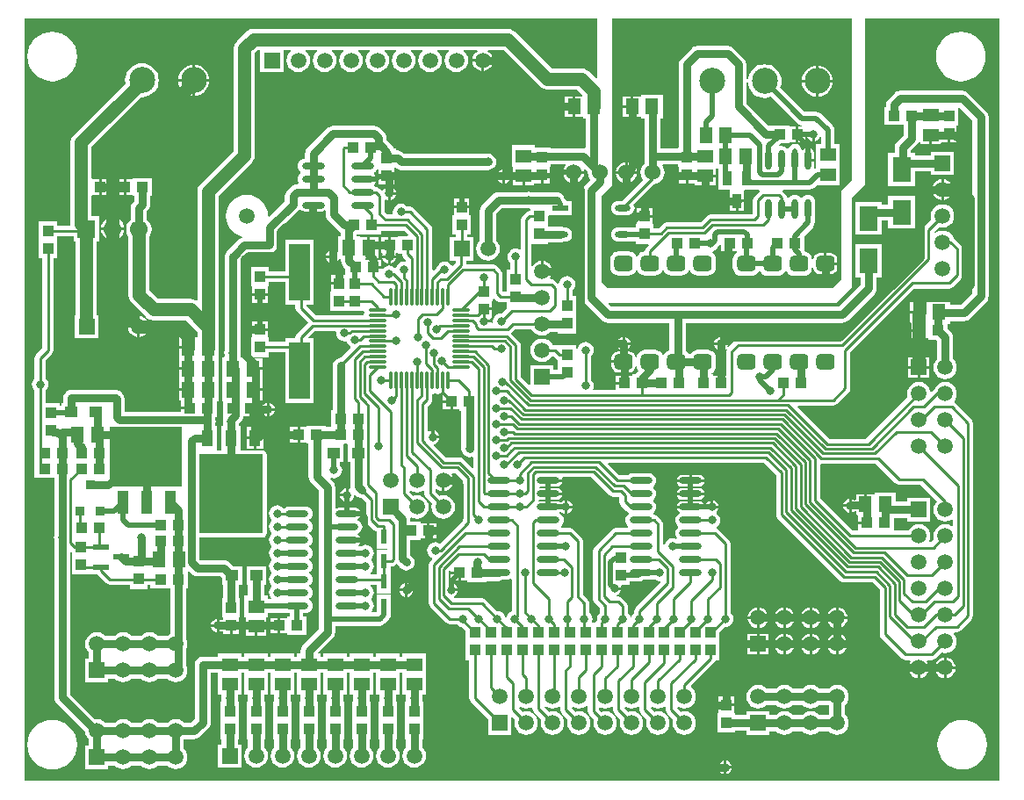
<source format=gtl>
%FSDAX23Y23*%
%MOIN*%
%SFA1B1*%

%IPPOS*%
%AMD14*
4,1,8,0.035000,-0.014900,0.035000,0.014900,0.020000,0.029900,-0.020000,0.029900,-0.035000,0.014900,-0.035000,-0.014900,-0.020000,-0.029900,0.020000,-0.029900,0.035000,-0.014900,0.0*
1,1,0.030000,0.020000,-0.014900*
1,1,0.030000,0.020000,0.014900*
1,1,0.030000,-0.020000,0.014900*
1,1,0.030000,-0.020000,-0.014900*
%
%ADD10R,0.045300X0.039400*%
%ADD11O,0.086600X0.023600*%
%ADD12R,0.039400X0.043300*%
%ADD13R,0.043300X0.039400*%
G04~CAMADD=14~8~0.0~0.0~598.0~701.0~150.0~0.0~15~0.0~0.0~0.0~0.0~0~0.0~0.0~0.0~0.0~0~0.0~0.0~0.0~270.0~700.0~597.0*
%ADD14D14*%
%ADD15R,0.051200X0.059100*%
%ADD16R,0.059100X0.051200*%
%ADD17R,0.070900X0.094500*%
%ADD18R,0.035400X0.037400*%
%ADD19R,0.035400X0.037400*%
%ADD20R,0.129900X0.086600*%
%ADD21R,0.039400X0.086600*%
%ADD22R,0.043300X0.061000*%
%ADD23R,0.043300X0.061000*%
%ADD24R,0.135800X0.061000*%
%ADD25R,0.059100X0.023600*%
%ADD26O,0.023600X0.074800*%
%ADD27R,0.035400X0.055100*%
%ADD28R,0.035400X0.055100*%
%ADD29O,0.070900X0.011800*%
%ADD30O,0.011800X0.070900*%
%ADD31R,0.059100X0.023600*%
%ADD32O,0.059100X0.023600*%
%ADD33R,0.021700X0.057100*%
%ADD34R,0.078700X0.216500*%
%ADD35C,0.059100*%
%ADD36C,0.030000*%
%ADD37C,0.050000*%
%ADD38C,0.010000*%
%ADD39C,0.020000*%
%ADD40R,0.240000X0.300000*%
%ADD41R,0.275000X0.230000*%
%ADD42R,0.059100X0.059100*%
%ADD43R,0.059100X0.059100*%
%ADD44R,0.066900X0.066900*%
%ADD45C,0.066900*%
%ADD46C,0.060000*%
%ADD47C,0.098400*%
%ADD48C,0.031500*%
%LNde-110817-1*%
%LPD*%
G36*
X04255Y02249D02*
X04461D01*
X04535Y02175*
X04542Y02171*
X04550Y02169*
X04631*
X04693Y02107*
X04693Y02106*
X04686Y02097*
X04681Y02086*
X04680Y02075*
X04681Y02063*
X04686Y02052*
X04693Y02043*
X04702Y02036*
X04713Y02031*
X04725Y02030*
X04736Y02031*
X04747Y02036*
X04750Y02038*
X04754Y02035*
Y02014*
X04750Y02011*
X04747Y02013*
X04736Y02018*
X04725Y02019*
X04713Y02018*
X04702Y02013*
X04693Y02006*
X04686Y01997*
X04681Y01986*
X04680Y01975*
X04681Y01963*
X04682Y01961*
X04672Y01951*
X04668Y01952*
X04665Y01956*
X04668Y01963*
X04669Y01975*
X04668Y01986*
X04663Y01997*
X04656Y02006*
X04647Y02013*
X04636Y02018*
X04625Y02019*
X04613Y02018*
X04602Y02013*
X04593Y02006*
X04586Y01997*
X04585Y01995*
X04530*
Y02044*
X04580*
Y02030*
X04669*
Y02119*
X04580*
Y02105*
X04538*
Y02139*
X04456*
Y02134*
X04427*
Y02095*
X04417*
Y02134*
X04387*
Y02111*
X04382Y02109*
X04378Y02112*
X04371Y02115*
X04370Y02115*
Y02090*
Y02064*
X04371Y02064*
X04378Y02067*
X04382Y02070*
X04387Y02068*
Y02055*
X04390*
X04394Y02054*
Y02030*
X04426*
Y02020*
X04394*
Y01995*
X04373*
X04250Y02118*
Y02246*
X04254Y02249*
X04255Y02249*
G37*
G36*
X02849Y01843D02*
Y01840D01*
X02881*
Y01835*
X02886*
Y01805*
X02911*
Y01800*
X02985*
Y01804*
X03030*
X03038Y01805*
X03043Y01808*
X03062*
X03069Y01808*
X03075Y01811*
X03076Y01812*
X03080Y01810*
Y01689*
X03074Y01686*
X03068Y01681*
X03063Y01675*
X03060Y01668*
Y01667*
X03055*
Y01668*
X03051Y01675*
X03046Y01681*
X03040Y01686*
X03033Y01690*
X03025Y01691*
X03023Y01690*
X02981Y01732*
X02974Y01736*
X02967Y01738*
X02862*
X02860Y01741*
X02861Y01746*
X02863Y01747*
X02868Y01751*
X02872Y01757*
X02875Y01763*
X02875Y01765*
X02850*
Y01770*
X02845*
Y01796*
X02841Y01799*
Y01841*
X02845Y01845*
X02849Y01843*
G37*
G36*
X02818Y02519D02*
X02820Y02520D01*
X02820Y02519*
X02819Y02514*
Y02490*
X02851*
Y02485*
X02856*
Y02455*
X02881*
Y02450*
X02889*
Y02310*
X02889Y02305*
X02890Y02297*
X02893Y02289*
X02898Y02283*
X02904Y02278*
X02912Y02275*
X02920Y02274*
X02928Y02275*
X02930Y02276*
X02934Y02273*
Y02236*
X02930Y02234*
X02896Y02267*
X02890Y02271*
X02882Y02273*
X02830*
X02784Y02320*
X02785Y02324*
X02786Y02324*
X02793Y02327*
X02798Y02331*
X02802Y02337*
X02805Y02343*
X02805Y02345*
X02780*
Y02350*
X02775*
Y02375*
X02773Y02375*
X02767Y02372*
X02765Y02371*
X02760Y02373*
Y02466*
X02773Y02480*
X02778Y02486*
X02779Y02494*
Y02514*
X02787Y02516*
X02789Y02517*
X02790Y02516*
X02798Y02514*
X02807Y02516*
X02813Y02520*
X02818Y02519*
G37*
G36*
X03450Y02130D02*
X03457Y02126D01*
X03465Y02124*
X03486*
X03489Y02121*
Y02105*
X03491Y02097*
X03495Y02090*
X03515Y02070*
X03517Y02069*
X03519Y02065*
X03523Y02063*
X03523Y02062*
Y02057*
X03523Y02057*
X03519Y02054*
X03515Y02048*
X03512Y02042*
X03512Y02035*
X03512Y02028*
X03515Y02021*
X03519Y02015*
X03522Y02013*
X03523Y02008*
X03519Y02005*
X03475*
X03467Y02003*
X03460Y01999*
X03395Y01934*
X03391Y01927*
X03389Y01920*
Y01735*
X03391Y01727*
X03395Y01720*
X03414Y01701*
Y01683*
X03413Y01681*
X03408Y01675*
X03405Y01668*
X03404Y01660*
X03404Y01657*
X03401Y01652*
X03399Y01645*
X03386*
X03383Y01649*
X03385Y01652*
X03386Y01660*
X03385Y01668*
X03381Y01675*
X03376Y01681*
X03375Y01683*
Y01720*
X03373Y01727*
X03369Y01734*
X03350Y01753*
Y01955*
X03348Y01962*
X03344Y01969*
X03314Y01999*
X03307Y02003*
X03300Y02005*
X03268*
X03266Y02007*
X03266Y02007*
Y02012*
X03266Y02013*
X03270Y02015*
X03274Y02021*
X03277Y02028*
X03278Y02035*
X03277Y02042*
X03274Y02048*
X03270Y02054*
X03264Y02058*
X03261Y02059*
X03260Y02060*
X03260Y02065*
X03265Y02068*
X03266Y02066*
X03272Y02062*
X03278Y02059*
X03280Y02059*
Y02085*
Y02110*
X03278Y02110*
X03272Y02107*
X03266Y02103*
X03265Y02101*
X03259Y02105*
X03251Y02107*
X03224*
Y02085*
X03214*
Y02107*
X03188*
X03183Y02106*
X03183Y02107*
X03182Y02108*
X03186Y02113*
X03188Y02112*
X03214*
Y02135*
Y02157*
X03188*
X03185Y02160*
X03187Y02162*
X03188Y02162*
X03214*
Y02185*
X03219*
Y02190*
X03272*
X03271Y02193*
X03271Y02194*
X03273Y02198*
X03382*
X03450Y02130*
G37*
G36*
X02686Y03119D02*
X02684Y03114D01*
X02646*
Y03109*
X02621*
Y03080*
X02616*
Y03075*
X02584*
Y03050*
X02588*
X02591Y03045*
X02589Y03041*
X02589Y03040*
X02640*
X02640Y03041*
X02638Y03045*
X02641Y03050*
X02646*
Y03045*
X02663*
X02664Y03038*
X02669Y03032*
X02677Y03023*
X02677Y03019*
X02673Y03015*
X02670Y03016*
X02662Y03015*
X02654Y03011*
X02648Y03006*
X02643Y03000*
X02640Y02995*
X02640Y02994*
X02636Y02993*
X02635Y02993*
X02630Y02996*
X02623Y03000*
X02615Y03001*
X02607Y03000*
X02599Y02996*
X02593Y02991*
X02590Y02988*
X02585Y02989*
Y02990*
X02553*
Y02995*
X02548*
Y03024*
X02523*
Y03029*
X02527Y03030*
X02532*
Y03070*
Y03109*
X02503*
Y03114*
X02492*
Y03120*
X02585*
Y03134*
X02671*
X02686Y03119*
G37*
G36*
X04372Y03325D02*
X04332Y03285D01*
Y03265*
Y02945*
X04298Y02915*
X03445*
X03420Y02940*
Y03262*
X03462Y03305*
Y03939*
X04372*
Y03325*
G37*
G36*
X02458Y02324D02*
Y02255D01*
X02466*
Y02163*
X02466Y02158*
X02462Y02154*
X02461Y02155*
X02460Y02155*
Y02130*
Y02104*
X02461Y02104*
X02468Y02107*
X02473Y02111*
X02477Y02117*
X02480Y02123*
X02480Y02129*
X02482Y02130*
X02485Y02131*
X02489Y02127*
X02496Y02122*
X02503Y02119*
X02511Y02118*
X02512Y02118*
X02526Y02104*
Y02037*
X02528Y02029*
X02532Y02023*
X02558Y01997*
X02564Y01993*
X02569Y01992*
Y01927*
X02609*
Y01922*
X02569*
Y01830*
X02545*
X02543Y01835*
X02546Y01838*
X02551Y01844*
X02555Y01852*
X02556Y01860*
X02555Y01868*
X02551Y01875*
X02546Y01881*
X02546Y01882*
Y01887*
X02546Y01888*
X02551Y01894*
X02555Y01902*
X02556Y01910*
X02555Y01918*
X02551Y01925*
X02546Y01931*
X02540Y01936*
X02533Y01940*
X02525Y01941*
X02517Y01940*
X02509Y01936*
X02507Y01935*
X02497*
X02496Y01940*
X02501Y01944*
X02506Y01951*
X02507Y01955*
X02454*
Y01965*
X02507*
X02506Y01968*
X02501Y01975*
X02495Y01979*
X02495Y01984*
X02496Y01985*
X02499Y01986*
X02505Y01990*
X02509Y01996*
X02512Y02003*
X02513Y02010*
X02512Y02017*
X02509Y02023*
X02505Y02029*
X02499Y02033*
X02496Y02034*
X02495Y02035*
X02495Y02040*
X02501Y02044*
X02506Y02051*
X02507Y02055*
X02454*
Y02060*
X02449*
Y02082*
X02423*
X02415Y02080*
X02410Y02083*
Y02160*
X02409Y02167*
X02406Y02175*
X02401Y02181*
X02390Y02192*
X02393Y02196*
X02397Y02195*
X02405Y02194*
X02413Y02195*
X02420Y02198*
X02426Y02203*
X02431Y02209*
X02435Y02217*
X02436Y02225*
X02435Y02233*
X02431Y02240*
X02429Y02243*
Y02255*
X02441*
Y02324*
X02446Y02325*
X02453*
X02458Y02324*
G37*
G36*
X04931Y01045D02*
X01230D01*
Y03939*
X03403*
Y03714*
X03399Y03713*
X03373Y03738*
X03365Y03744*
X03355Y03749*
X03345Y03750*
X03231*
X03093Y03888*
X03085Y03894*
X03075Y03899*
X03065Y03900*
X02100*
X02089Y03899*
X02079Y03894*
X02071Y03888*
X02036Y03853*
X02030Y03845*
X02026Y03835*
X02024Y03825*
Y03436*
X01898Y03310*
X01892Y03302*
X01888Y03292*
X01887Y03282*
Y02870*
X01882Y02868*
X01880Y02869*
X01870Y02874*
X01860Y02875*
X01736*
X01705Y02906*
Y03113*
X01707Y03115*
X01712Y03127*
X01713Y03140*
X01712Y03152*
X01707Y03164*
X01699Y03174*
X01695Y03177*
Y03207*
X01699Y03212*
X01704Y03218*
X01707Y03225*
X01708Y03233*
Y03265*
X01715*
Y03334*
X01641*
Y03329*
X01616*
Y03300*
Y03270*
X01641*
Y03265*
X01648*
Y03246*
X01643Y03241*
X01638Y03235*
X01635Y03227*
X01634Y03220*
Y03177*
X01630Y03174*
X01622Y03164*
X01617Y03152*
X01616Y03140*
X01617Y03127*
X01622Y03115*
X01624Y03113*
Y02890*
X01626Y02879*
X01630Y02869*
X01636Y02861*
X01691Y02806*
X01699Y02800*
X01709Y02796*
X01720Y02794*
X01843*
X01887Y02750*
Y02734*
X01886*
Y02729*
X01857*
Y02690*
X01852*
Y02685*
X01817*
Y02650*
Y02649*
Y02615*
X01852*
Y02605*
X01817*
Y02570*
Y02569*
Y02535*
X01852*
Y02525*
X01817*
Y02490*
X01820*
X01824Y02489*
Y02465*
X01856*
Y02455*
X01824*
Y02445*
X01610*
Y02495*
X01609Y02502*
X01606Y02510*
X01601Y02516*
X01596Y02521*
X01590Y02526*
X01582Y02529*
X01575Y02530*
X01410*
X01402Y02529*
X01394Y02526*
X01388Y02521*
X01387Y02520*
X01382Y02513*
X01379Y02506*
X01378Y02498*
Y02479*
X01371*
Y02469*
X01364*
Y02480*
X01310*
Y02526*
X01311Y02528*
X01316Y02534*
X01320Y02542*
X01321Y02550*
X01320Y02558*
X01316Y02565*
X01311Y02571*
X01310Y02573*
Y02641*
X01334Y02665*
X01338Y02672*
X01340Y02680*
Y03029*
X01354*
Y03096*
Y03113*
X01416*
Y03091*
X01424*
Y02814*
X01422*
Y02725*
X01511*
Y02814*
X01505*
Y03091*
X01513*
Y03188*
X01485*
Y03265*
X01488*
Y03270*
X01513*
Y03300*
Y03329*
X01488*
Y03334*
X01485*
Y03451*
X01674Y03640*
X01676Y03640*
X01689Y03641*
X01701Y03645*
X01712Y03651*
X01722Y03659*
X01730Y03669*
X01736Y03680*
X01739Y03692*
X01741Y03705*
X01739Y03717*
X01736Y03729*
X01730Y03740*
X01722Y03750*
X01712Y03758*
X01701Y03764*
X01689Y03768*
X01676Y03769*
X01664Y03768*
X01651Y03764*
X01640Y03758*
X01630Y03750*
X01622Y03740*
X01617Y03729*
X01613Y03717*
X01612Y03705*
X01613Y03693*
X01416Y03497*
X01410Y03488*
X01406Y03478*
X01404Y03468*
Y03160*
X01405Y03157*
X01401Y03153*
X01354*
Y03170*
X01285*
Y03096*
Y03029*
X01299*
Y02688*
X01275Y02664*
X01271Y02657*
X01269Y02650*
Y02573*
X01268Y02571*
X01263Y02565*
X01260Y02558*
X01259Y02550*
X01260Y02542*
X01263Y02534*
X01268Y02528*
X01269Y02526*
Y02240*
X01269Y02238*
Y02195*
X01343*
Y01975*
X01342Y01970*
X01343Y01964*
Y01361*
X01344Y01353*
X01347Y01346*
X01352Y01340*
X01460Y01231*
X01461Y01223*
X01466Y01212*
X01473Y01203*
X01474Y01202*
Y01179*
X01460*
Y01090*
X01549*
Y01104*
X01572*
X01573Y01103*
X01582Y01096*
X01593Y01091*
X01605Y01090*
X01616Y01091*
X01627Y01096*
X01636Y01103*
X01637Y01104*
X01672*
X01673Y01103*
X01682Y01096*
X01693Y01091*
X01705Y01090*
X01716Y01091*
X01727Y01096*
X01736Y01103*
X01737Y01104*
X01772*
X01773Y01103*
X01782Y01096*
X01793Y01091*
X01805Y01090*
X01816Y01091*
X01827Y01096*
X01836Y01103*
X01843Y01112*
X01848Y01123*
X01849Y01135*
X01848Y01146*
X01843Y01157*
X01836Y01166*
X01835Y01167*
Y01202*
X01836Y01203*
X01837Y01204*
X01875*
X01882Y01205*
X01890Y01208*
X01896Y01213*
X01928Y01246*
X01933Y01252*
X01936Y01259*
X01937Y01267*
Y01457*
X01965*
Y01446*
Y01372*
X01979*
Y01366*
X01979Y01360*
X01979Y01354*
Y01345*
X01975*
Y01271*
Y01204*
X01979*
Y01184*
X01965*
Y01095*
X02054*
Y01184*
X02040*
Y01204*
X02044*
Y01271*
Y01345*
X02040*
Y01354*
X02041Y01360*
X02040Y01366*
Y01372*
X02054*
Y01446*
Y01457*
X02065*
Y01446*
Y01372*
X02079*
Y01366*
X02079Y01360*
X02079Y01354*
Y01345*
X02075*
Y01271*
Y01204*
X02079*
Y01172*
X02078Y01171*
X02071Y01162*
X02066Y01151*
X02065Y01140*
X02066Y01128*
X02071Y01117*
X02078Y01108*
X02087Y01101*
X02098Y01096*
X02110Y01095*
X02121Y01096*
X02132Y01101*
X02141Y01108*
X02148Y01117*
X02153Y01128*
X02154Y01140*
X02153Y01151*
X02148Y01162*
X02141Y01171*
X02140Y01172*
Y01204*
X02144*
Y01271*
Y01345*
X02140*
Y01354*
X02141Y01360*
X02140Y01366*
Y01372*
X02154*
Y01446*
Y01457*
X02165*
Y01446*
Y01372*
X02179*
Y01366*
X02179Y01360*
X02179Y01354*
Y01345*
X02175*
Y01271*
Y01204*
X02179*
Y01172*
X02178Y01171*
X02171Y01162*
X02166Y01151*
X02165Y01140*
X02166Y01128*
X02171Y01117*
X02178Y01108*
X02187Y01101*
X02198Y01096*
X02210Y01095*
X02221Y01096*
X02232Y01101*
X02241Y01108*
X02248Y01117*
X02253Y01128*
X02254Y01140*
X02253Y01151*
X02248Y01162*
X02241Y01171*
X02240Y01172*
Y01204*
X02244*
Y01271*
Y01345*
X02240*
Y01354*
X02241Y01360*
X02240Y01366*
Y01372*
X02254*
Y01446*
Y01457*
X02265*
Y01446*
Y01372*
X02279*
Y01366*
X02279Y01360*
X02279Y01354*
Y01345*
X02275*
Y01271*
Y01204*
X02279*
Y01172*
X02278Y01171*
X02271Y01162*
X02266Y01151*
X02265Y01140*
X02266Y01128*
X02271Y01117*
X02278Y01108*
X02287Y01101*
X02298Y01096*
X02310Y01095*
X02321Y01096*
X02332Y01101*
X02341Y01108*
X02348Y01117*
X02353Y01128*
X02354Y01140*
X02353Y01151*
X02348Y01162*
X02341Y01171*
X02340Y01172*
Y01204*
X02344*
Y01271*
Y01345*
X02340*
Y01354*
X02341Y01360*
X02340Y01366*
Y01372*
X02354*
Y01446*
Y01457*
X02365*
Y01446*
Y01372*
X02379*
Y01366*
X02379Y01360*
X02379Y01354*
Y01345*
X02375*
Y01271*
Y01204*
X02379*
Y01172*
X02378Y01171*
X02371Y01162*
X02366Y01151*
X02365Y01140*
X02366Y01128*
X02371Y01117*
X02378Y01108*
X02387Y01101*
X02398Y01096*
X02410Y01095*
X02421Y01096*
X02432Y01101*
X02441Y01108*
X02448Y01117*
X02453Y01128*
X02454Y01140*
X02453Y01151*
X02448Y01162*
X02441Y01171*
X02440Y01172*
Y01204*
X02444*
Y01271*
Y01345*
X02440*
Y01354*
X02441Y01360*
X02440Y01366*
Y01372*
X02454*
Y01446*
Y01457*
X02465*
Y01446*
Y01372*
X02479*
Y01366*
X02479Y01360*
X02479Y01354*
Y01345*
X02475*
Y01271*
Y01204*
X02479*
Y01172*
X02478Y01171*
X02471Y01162*
X02466Y01151*
X02465Y01140*
X02466Y01128*
X02471Y01117*
X02478Y01108*
X02487Y01101*
X02498Y01096*
X02510Y01095*
X02521Y01096*
X02532Y01101*
X02541Y01108*
X02548Y01117*
X02553Y01128*
X02554Y01140*
X02553Y01151*
X02548Y01162*
X02541Y01171*
X02540Y01172*
Y01204*
X02544*
Y01271*
Y01345*
X02540*
Y01354*
X02541Y01360*
X02540Y01366*
Y01372*
X02554*
Y01446*
Y01457*
X02565*
Y01446*
Y01372*
X02579*
Y01365*
X02579Y01360*
X02579Y01354*
Y01345*
X02575*
Y01271*
Y01204*
X02579*
Y01172*
X02578Y01171*
X02571Y01162*
X02566Y01151*
X02565Y01140*
X02566Y01128*
X02571Y01117*
X02578Y01108*
X02587Y01101*
X02598Y01096*
X02610Y01095*
X02621Y01096*
X02632Y01101*
X02641Y01108*
X02648Y01117*
X02653Y01128*
X02654Y01140*
X02653Y01151*
X02648Y01162*
X02641Y01171*
X02640Y01172*
Y01204*
X02644*
Y01271*
Y01345*
X02640*
Y01354*
X02641Y01360*
X02640Y01365*
Y01372*
X02654*
Y01446*
Y01457*
X02665*
Y01446*
Y01372*
X02679*
Y01366*
X02679Y01360*
X02679Y01354*
Y01345*
X02675*
Y01271*
Y01204*
X02679*
Y01172*
X02678Y01171*
X02671Y01162*
X02666Y01151*
X02665Y01140*
X02666Y01128*
X02671Y01117*
X02678Y01108*
X02687Y01101*
X02698Y01096*
X02710Y01095*
X02721Y01096*
X02732Y01101*
X02741Y01108*
X02748Y01117*
X02753Y01128*
X02754Y01140*
X02753Y01151*
X02748Y01162*
X02741Y01171*
X02740Y01172*
Y01204*
X02744*
Y01271*
Y01345*
X02740*
Y01354*
X02741Y01360*
X02740Y01366*
Y01372*
X02754*
Y01446*
Y01528*
X02665*
Y01517*
X02654*
Y01528*
X02565*
Y01517*
X02554*
Y01528*
X02465*
Y01517*
X02454*
Y01528*
X02365*
Y01517*
X02354*
Y01528*
X02347*
X02345Y01532*
X02401Y01588*
X02406Y01594*
X02409Y01602*
X02410Y01610*
Y01634*
X02580*
X02589Y01636*
X02598Y01642*
X02613Y01657*
X02618Y01665*
X02620*
Y01752*
X02569*
Y01685*
X02551*
X02548Y01690*
X02551Y01694*
X02555Y01702*
X02556Y01710*
X02555Y01718*
X02551Y01725*
X02546Y01731*
X02546Y01732*
Y01737*
X02546Y01738*
X02551Y01744*
X02555Y01752*
X02556Y01760*
X02555Y01768*
X02551Y01775*
X02546Y01781*
X02543Y01784*
X02545Y01789*
X02569*
Y01757*
X02620*
Y01835*
Y01858*
X02623*
X02631Y01859*
X02638Y01864*
X02642Y01868*
X02643Y01868*
X02654Y01857*
X02658Y01853*
X02664Y01848*
X02672Y01845*
X02680Y01844*
X02688Y01845*
X02695Y01848*
X02701Y01853*
X02706Y01859*
X02710Y01867*
X02711Y01875*
X02710Y01883*
X02706Y01890*
X02701Y01896*
X02697Y01900*
X02695Y01902*
Y01960*
X02733*
Y01965*
X02758*
Y01995*
Y02024*
X02733*
Y02029*
X02695*
Y02040*
X02695Y02042*
X02695Y02042*
X02699Y02045*
X02708Y02041*
X02720Y02040*
X02731Y02041*
X02742Y02046*
X02751Y02053*
X02758Y02062*
X02763Y02073*
X02764Y02085*
X02763Y02096*
X02758Y02107*
X02751Y02116*
X02742Y02123*
X02731Y02128*
X02720Y02129*
X02708Y02128*
X02706Y02127*
X02692Y02141*
X02692Y02143*
X02697Y02145*
X02698Y02145*
X02708Y02141*
X02720Y02140*
X02731Y02141*
X02742Y02146*
X02745Y02148*
X02749Y02145*
Y02135*
X02751Y02127*
X02755Y02120*
X02777Y02098*
X02776Y02096*
X02775Y02085*
X02776Y02073*
X02781Y02062*
X02788Y02053*
X02797Y02046*
X02808Y02041*
X02820Y02040*
X02831Y02041*
X02842Y02046*
X02851Y02053*
X02858Y02062*
X02863Y02073*
X02864Y02085*
X02863Y02096*
X02858Y02107*
X02851Y02116*
X02842Y02123*
X02831Y02128*
X02820Y02129*
X02808Y02128*
X02806Y02127*
X02790Y02143*
Y02151*
X02795Y02154*
X02800Y02150*
X02809Y02146*
X02815Y02145*
Y02185*
X02820*
Y02190*
X02859*
X02858Y02195*
X02854Y02204*
X02850Y02209*
X02853Y02214*
X02866*
X02894Y02186*
Y02033*
X02806Y01945*
X02805Y01946*
X02798Y01950*
X02790Y01951*
X02782Y01950*
X02774Y01946*
X02768Y01941*
X02763Y01935*
X02760Y01928*
X02759Y01920*
X02760Y01912*
X02763Y01904*
X02768Y01898*
X02774Y01893*
X02777Y01892*
X02778Y01887*
X02770Y01879*
X02766Y01872*
X02764Y01865*
Y01720*
X02766Y01712*
X02770Y01705*
X02830Y01645*
X02837Y01641*
X02845Y01639*
X02871*
X02873Y01638*
X02879Y01633*
X02887Y01630*
X02890Y01629*
X02905Y01614*
Y01571*
Y01504*
X02919*
Y01360*
X02921Y01352*
X02925Y01345*
X02990Y01280*
Y01220*
X03079*
Y01285*
X03084Y01287*
X03092Y01278*
X03091Y01276*
X03090Y01265*
X03091Y01253*
X03096Y01242*
X03103Y01233*
X03112Y01226*
X03123Y01221*
X03135Y01220*
X03146Y01221*
X03157Y01226*
X03166Y01233*
X03173Y01242*
X03178Y01253*
X03179Y01265*
X03178Y01276*
X03173Y01287*
X03166Y01296*
X03157Y01303*
X03146Y01308*
X03135Y01309*
X03123Y01308*
X03121Y01307*
X03107Y01321*
X03107Y01323*
X03112Y01325*
X03113Y01325*
X03123Y01321*
X03135Y01320*
X03146Y01321*
X03154Y01324*
X03159Y01321*
Y01320*
X03161Y01312*
X03165Y01305*
X03192Y01278*
X03191Y01276*
X03190Y01265*
X03191Y01253*
X03196Y01242*
X03203Y01233*
X03212Y01226*
X03223Y01221*
X03235Y01220*
X03246Y01221*
X03257Y01226*
X03266Y01233*
X03273Y01242*
X03278Y01253*
X03279Y01265*
X03278Y01276*
X03273Y01287*
X03266Y01296*
X03257Y01303*
X03246Y01308*
X03235Y01309*
X03223Y01308*
X03221Y01307*
X03203Y01325*
X03203Y01326*
X03209Y01328*
X03212Y01326*
X03223Y01321*
X03235Y01320*
X03246Y01321*
X03257Y01326*
X03260Y01328*
X03264Y01325*
Y01315*
X03266Y01307*
X03270Y01300*
X03292Y01278*
X03291Y01276*
X03290Y01265*
X03291Y01253*
X03296Y01242*
X03303Y01233*
X03312Y01226*
X03323Y01221*
X03335Y01220*
X03346Y01221*
X03357Y01226*
X03366Y01233*
X03373Y01242*
X03378Y01253*
X03379Y01265*
X03378Y01276*
X03373Y01287*
X03366Y01296*
X03357Y01303*
X03346Y01308*
X03335Y01309*
X03323Y01308*
X03321Y01307*
X03307Y01321*
X03307Y01323*
X03312Y01325*
X03313Y01325*
X03323Y01321*
X03335Y01320*
X03346Y01321*
X03357Y01326*
X03364Y01331*
X03369Y01329*
Y01310*
X03371Y01302*
X03375Y01295*
X03392Y01278*
X03391Y01276*
X03390Y01265*
X03391Y01253*
X03396Y01242*
X03403Y01233*
X03412Y01226*
X03423Y01221*
X03435Y01220*
X03446Y01221*
X03457Y01226*
X03466Y01233*
X03473Y01242*
X03478Y01253*
X03479Y01265*
X03478Y01276*
X03473Y01287*
X03466Y01296*
X03457Y01303*
X03446Y01308*
X03435Y01309*
X03423Y01308*
X03421Y01307*
X03411Y01317*
X03412Y01321*
X03416Y01324*
X03423Y01321*
X03435Y01320*
X03446Y01321*
X03457Y01326*
X03460Y01328*
X03464Y01325*
Y01315*
X03466Y01307*
X03470Y01300*
X03492Y01278*
X03491Y01276*
X03490Y01265*
X03491Y01253*
X03496Y01242*
X03503Y01233*
X03512Y01226*
X03523Y01221*
X03535Y01220*
X03546Y01221*
X03557Y01226*
X03566Y01233*
X03573Y01242*
X03578Y01253*
X03579Y01265*
X03578Y01276*
X03573Y01287*
X03566Y01296*
X03557Y01303*
X03546Y01308*
X03535Y01309*
X03523Y01308*
X03521Y01307*
X03507Y01321*
X03507Y01323*
X03512Y01325*
X03513Y01325*
X03523Y01321*
X03535Y01320*
X03546Y01321*
X03557Y01326*
X03560Y01328*
X03564Y01325*
Y01315*
X03566Y01307*
X03570Y01300*
X03592Y01278*
X03591Y01276*
X03590Y01265*
X03591Y01253*
X03596Y01242*
X03603Y01233*
X03612Y01226*
X03623Y01221*
X03635Y01220*
X03646Y01221*
X03657Y01226*
X03666Y01233*
X03673Y01242*
X03678Y01253*
X03679Y01265*
X03678Y01276*
X03673Y01287*
X03666Y01296*
X03657Y01303*
X03646Y01308*
X03635Y01309*
X03623Y01308*
X03621Y01307*
X03607Y01321*
X03607Y01323*
X03612Y01325*
X03613Y01325*
X03623Y01321*
X03635Y01320*
X03646Y01321*
X03657Y01326*
X03660Y01328*
X03664Y01325*
Y01315*
X03666Y01307*
X03670Y01300*
X03692Y01278*
X03691Y01276*
X03690Y01265*
X03691Y01253*
X03696Y01242*
X03703Y01233*
X03712Y01226*
X03723Y01221*
X03735Y01220*
X03746Y01221*
X03757Y01226*
X03766Y01233*
X03773Y01242*
X03778Y01253*
X03779Y01265*
X03778Y01276*
X03773Y01287*
X03766Y01296*
X03757Y01303*
X03746Y01308*
X03735Y01309*
X03723Y01308*
X03721Y01307*
X03707Y01321*
X03707Y01323*
X03712Y01325*
X03713Y01325*
X03723Y01321*
X03735Y01320*
X03746Y01321*
X03757Y01326*
X03766Y01333*
X03773Y01342*
X03778Y01353*
X03779Y01365*
X03778Y01376*
X03773Y01387*
X03766Y01396*
X03760Y01401*
X03760Y01406*
X03849Y01495*
X03853Y01502*
X03854Y01504*
X03869*
Y01571*
Y01610*
X03888Y01629*
X03890Y01629*
X03898Y01630*
X03905Y01633*
X03911Y01638*
X03916Y01644*
X03920Y01652*
X03921Y01660*
X03920Y01668*
X03916Y01675*
X03911Y01681*
X03910Y01683*
Y01945*
X03908Y01952*
X03904Y01959*
X03864Y01999*
X03857Y02003*
X03857Y02003*
X03857Y02004*
X03856Y02009*
X03861Y02013*
X03866Y02019*
X03870Y02027*
X03871Y02035*
X03870Y02043*
X03866Y02050*
X03861Y02056*
X03857Y02060*
X03857Y02066*
X03858Y02066*
X03862Y02072*
X03865Y02078*
X03865Y02080*
X03840*
Y02085*
X03835*
Y02110*
X03833Y02110*
X03827Y02107*
X03821Y02103*
X03817Y02098*
X03816Y02094*
X03815Y02094*
X03810Y02094*
X03806Y02100*
X03799Y02105*
X03791Y02107*
X03764*
Y02085*
X03759*
Y02080*
X03706*
X03707Y02076*
X03712Y02069*
X03718Y02065*
X03718Y02060*
X03718Y02059*
X03714Y02058*
X03708Y02054*
X03704Y02048*
X03701Y02042*
X03700Y02035*
X03701Y02028*
X03704Y02021*
X03708Y02015*
X03712Y02013*
X03712Y02012*
Y02007*
X03712Y02007*
X03708Y02004*
X03704Y01998*
X03701Y01992*
X03700Y01985*
X03701Y01978*
X03704Y01971*
X03706Y01969*
X03704Y01963*
X03703Y01962*
X03698Y01965*
X03690Y01966*
X03682Y01965*
X03674Y01961*
X03668Y01956*
X03663Y01950*
X03660Y01943*
X03655Y01944*
Y02020*
X03653Y02027*
X03649Y02034*
X03634Y02049*
X03627Y02053*
X03620Y02055*
X03619*
X03617Y02057*
X03617Y02057*
Y02062*
X03617Y02063*
X03621Y02065*
X03625Y02071*
X03628Y02078*
X03629Y02085*
X03628Y02092*
X03625Y02098*
X03621Y02104*
X03617Y02107*
X03617Y02107*
Y02112*
X03617Y02113*
X03621Y02115*
X03625Y02121*
X03628Y02128*
X03629Y02135*
X03628Y02142*
X03625Y02148*
X03621Y02154*
X03617Y02157*
X03617Y02157*
Y02162*
X03617Y02163*
X03621Y02165*
X03625Y02171*
X03628Y02178*
X03629Y02185*
X03628Y02192*
X03625Y02198*
X03621Y02204*
X03615Y02208*
X03609Y02211*
X03602Y02212*
X03539*
X03532Y02211*
X03525Y02208*
X03521Y02205*
X03488*
X03444Y02249*
X03446Y02253*
X04036*
X04083Y02206*
Y02057*
X04085Y02050*
X04089Y02043*
X04328Y01804*
X04335Y01800*
X04342Y01798*
X04450*
X04477Y01771*
Y01602*
X04478Y01594*
X04483Y01587*
X04560Y01510*
X04567Y01506*
X04575Y01504*
X04591*
X04594Y01499*
X04590Y01494*
X04586Y01485*
X04585Y01480*
X04625*
X04664*
X04663Y01485*
X04659Y01494*
X04655Y01499*
X04658Y01504*
X04675*
X04682Y01506*
X04689Y01510*
X04711Y01532*
X04713Y01531*
X04725Y01530*
X04736Y01531*
X04747Y01536*
X04756Y01543*
X04763Y01552*
X04768Y01563*
X04769Y01575*
X04768Y01586*
X04763Y01597*
X04758Y01604*
X04760Y01609*
X04770*
X04777Y01611*
X04784Y01615*
X04825Y01656*
X04829Y01663*
X04831Y01671*
Y02404*
X04829Y02411*
X04825Y02418*
X04764Y02479*
X04761Y02481*
X04760Y02488*
X04763Y02492*
X04768Y02503*
X04769Y02515*
X04768Y02526*
X04763Y02537*
X04756Y02546*
X04747Y02553*
X04736Y02558*
X04725Y02559*
X04713Y02558*
X04702Y02553*
X04693Y02546*
X04686Y02537*
X04683Y02531*
X04680Y02529*
X04673Y02522*
X04668Y02523*
X04668Y02526*
X04663Y02537*
X04656Y02546*
X04647Y02553*
X04636Y02558*
X04625Y02559*
X04613Y02558*
X04602Y02553*
X04593Y02546*
X04586Y02537*
X04581Y02526*
X04580Y02515*
X04581Y02503*
X04582Y02501*
X04425Y02344*
X04286*
X04165Y02465*
X04167Y02469*
X04300*
X04307Y02471*
X04314Y02475*
X04359Y02520*
X04363Y02527*
X04365Y02535*
Y02671*
X04608Y02914*
X04740*
X04747Y02916*
X04754Y02920*
X04784Y02950*
X04788Y02957*
X04790Y02965*
Y03065*
X04788Y03072*
X04784Y03079*
X04759Y03104*
X04756Y03106*
X04753Y03112*
X04746Y03121*
X04737Y03128*
X04726Y03133*
X04715Y03134*
X04703Y03133*
X04692Y03128*
X04689Y03126*
X04683Y03128*
X04683Y03129*
X04701Y03147*
X04703Y03146*
X04715Y03145*
X04726Y03146*
X04737Y03151*
X04746Y03158*
X04753Y03167*
X04758Y03178*
X04759Y03190*
X04758Y03201*
X04753Y03212*
X04746Y03221*
X04737Y03228*
X04726Y03233*
X04715Y03234*
X04703Y03233*
X04692Y03228*
X04683Y03221*
X04676Y03212*
X04671Y03201*
X04670Y03190*
X04671Y03178*
X04672Y03176*
X04645Y03149*
X04641Y03142*
X04639Y03135*
Y03033*
X04326Y02720*
X03940*
X03932Y02718*
X03925Y02714*
X03902Y02691*
X03898Y02694*
X03900Y02698*
X03900Y02700*
X03880*
Y02679*
X03881Y02679*
X03888Y02682*
X03892Y02685*
X03895Y02683*
X03896Y02682*
X03894Y02675*
Y02584*
X03878*
Y02555*
X03868*
Y02584*
X03843*
Y02589*
X03840*
X03839Y02594*
X03840Y02594*
X03846Y02599*
X03851Y02605*
X03854Y02613*
X03855Y02621*
Y02650*
X03854Y02658*
X03851Y02666*
X03846Y02672*
X03840Y02677*
X03832Y02680*
X03825Y02681*
X03784*
X03777Y02680*
X03769Y02677*
X03763Y02672*
X03758Y02666*
X03751*
X03746Y02672*
X03740Y02677*
Y02784*
X04335*
X04342Y02785*
X04350Y02788*
X04356Y02793*
X04456Y02893*
X04461Y02899*
X04464Y02907*
X04465Y02915*
Y02957*
X04485*
Y03081*
X04384*
Y02957*
X04404*
Y02927*
X04322Y02845*
X03457*
X03447Y02855*
X03449Y02860*
X04310*
X04370Y02920*
Y03260*
X04420Y03310*
Y03939*
X04931*
Y01045*
G37*
G36*
X02331Y03207D02*
X02357D01*
X02366Y03209*
X02369Y03211*
X02374Y03209*
Y03195*
X02375Y03187*
X02378Y03179*
X02383Y03173*
X02423Y03133*
X02429Y03128*
X02432Y03127*
Y03114*
X02422*
Y03056*
X02417Y03054*
X02413Y03057*
X02406Y03060*
X02405Y03060*
Y03035*
Y03009*
X02406Y03009*
X02413Y03012*
X02418Y03016*
X02422Y03022*
X02423Y03025*
X02432*
Y03018*
X02433Y03011*
X02436Y03003*
X02441Y02997*
X02449Y02988*
Y02965*
X02430*
Y02933*
X02425*
Y02928*
X02395*
Y02903*
X02390*
Y02829*
X02516*
X02519*
X02521Y02825*
X02521Y02825*
X02522Y02823*
X02521Y02821*
X02519Y02814*
X02334*
X02300Y02848*
Y02853*
X02329*
Y03100*
X02220*
Y02978*
X02159*
Y02995*
X02090*
Y02921*
X02095*
Y02896*
X02125*
X02154*
Y02921*
X02159*
Y02938*
X02220*
Y02853*
X02259*
Y02840*
X02261Y02832*
X02265Y02825*
X02306Y02785*
X02265Y02744*
X02261Y02737*
X02259Y02730*
Y02726*
X02220*
Y02711*
X02159*
Y02728*
X02154*
Y02753*
X02095*
Y02728*
X02090*
Y02654*
X02159*
Y02671*
X02220*
Y02479*
X02329*
Y02726*
X02311*
X02309Y02730*
X02332Y02753*
X02410*
X02414Y02748*
X02414Y02745*
X02415Y02737*
X02418Y02729*
X02423Y02723*
X02429Y02718*
X02437Y02715*
X02445Y02714*
X02449Y02714*
X02455Y02712*
X02458Y02704*
X02463Y02698*
X02468Y02694*
X02469Y02688*
X02432Y02651*
X02431Y02651*
X02423Y02650*
X02416Y02647*
X02410Y02642*
X02405Y02636*
X02402Y02629*
X02401Y02621*
Y02454*
X02394*
Y02390*
X02375*
Y02394*
X02301*
Y02389*
X02276*
Y02360*
Y02330*
X02301*
Y02325*
X02309*
Y02200*
X02310Y02192*
X02313Y02184*
X02318Y02178*
X02349Y02147*
Y02025*
Y01675*
Y01622*
X02288Y01561*
X02283Y01555*
X02280Y01547*
X02279Y01540*
Y01528*
X02265*
Y01517*
X02254*
Y01528*
X02165*
Y01517*
X02154*
Y01528*
X02065*
Y01517*
X02054*
Y01528*
X01965*
Y01517*
X01907*
X01899Y01516*
X01892Y01513*
X01886Y01508*
X01881Y01502*
X01878Y01495*
X01877Y01487*
Y01279*
X01862Y01265*
X01837*
X01836Y01266*
X01827Y01273*
X01816Y01278*
X01805Y01279*
X01793Y01278*
X01782Y01273*
X01773Y01266*
X01772Y01265*
X01737*
X01736Y01266*
X01727Y01273*
X01716Y01278*
X01705Y01279*
X01693Y01278*
X01682Y01273*
X01673Y01266*
X01672Y01265*
X01637*
X01636Y01266*
X01627Y01273*
X01616Y01278*
X01605Y01279*
X01593Y01278*
X01582Y01273*
X01573Y01266*
X01572Y01265*
X01537*
X01536Y01266*
X01527Y01273*
X01516Y01278*
X01505Y01279*
X01498Y01279*
X01403Y01374*
Y01911*
X01408Y01914*
X01410Y01913*
Y01896*
Y01829*
X01479*
Y01830*
X01506*
X01508Y01828*
X01540Y01795*
X01547Y01791*
X01555Y01789*
X01630*
Y01774*
X01699*
Y01789*
X01709*
Y01775*
X01783*
Y01604*
X01782Y01603*
X01773Y01596*
X01772Y01595*
X01737*
X01736Y01596*
X01727Y01603*
X01716Y01608*
X01705Y01609*
X01693Y01608*
X01682Y01603*
X01673Y01596*
X01672Y01595*
X01637*
X01636Y01596*
X01627Y01603*
X01616Y01608*
X01605Y01609*
X01593Y01608*
X01582Y01603*
X01573Y01596*
X01572Y01595*
X01537*
X01536Y01596*
X01527Y01603*
X01516Y01608*
X01505Y01609*
X01493Y01608*
X01482Y01603*
X01473Y01596*
X01466Y01587*
X01461Y01576*
X01460Y01565*
X01461Y01553*
X01466Y01542*
X01473Y01533*
X01474Y01532*
Y01509*
X01460*
Y01420*
X01549*
Y01434*
X01572*
X01573Y01433*
X01582Y01426*
X01593Y01421*
X01605Y01420*
X01616Y01421*
X01627Y01426*
X01636Y01433*
X01637Y01434*
X01672*
X01673Y01433*
X01682Y01426*
X01693Y01421*
X01705Y01420*
X01716Y01421*
X01727Y01426*
X01736Y01433*
X01737Y01434*
X01772*
X01773Y01433*
X01782Y01426*
X01793Y01421*
X01805Y01420*
X01816Y01421*
X01827Y01426*
X01836Y01433*
X01843Y01442*
X01848Y01453*
X01849Y01465*
X01848Y01476*
X01843Y01487*
X01843Y01487*
Y01542*
X01843Y01542*
X01848Y01553*
X01849Y01565*
X01848Y01576*
X01843Y01587*
X01843Y01587*
Y01775*
X01850*
Y01840*
X01856*
X01864Y01832*
X01871Y01827*
X01878Y01824*
X01886Y01823*
X01973*
X01981Y01816*
Y01790*
X01984*
Y01740*
X01980*
Y01666*
X01985*
Y01658*
X01980Y01655*
X01978Y01657*
X01971Y01660*
X01970Y01660*
Y01635*
Y01609*
X01971Y01609*
X01978Y01612*
X01980Y01614*
X01985Y01611*
Y01604*
X02010*
Y01636*
X02015*
Y01641*
X02044*
Y01666*
X02049*
Y01740*
X02045*
Y01790*
X02056*
Y01859*
X02023*
X02007Y01875*
X02001Y01880*
X01994Y01883*
X01986Y01884*
X01898*
X01895Y01887*
Y01969*
X02135*
X02140Y01970*
X02145Y01974*
X02149Y01979*
X02150Y01985*
Y02285*
X02149Y02290*
X02145Y02295*
X02140Y02299*
X02135Y02300*
X02055*
X02051Y02302*
Y02393*
X02045*
Y02402*
X02054Y02411*
X02058Y02417*
X02061Y02424*
X02062Y02430*
X02083*
Y02460*
X02088*
Y02465*
X02120*
Y02489*
X02124Y02490*
X02133*
Y02525*
X02097*
Y02535*
X02133*
Y02569*
Y02570*
Y02605*
X02097*
Y02610*
X02092*
Y02649*
X02063*
Y02654*
X02052*
Y03023*
X02076Y03047*
X02158*
X02165Y03048*
X02173Y03051*
X02179Y03056*
X02183Y03060*
X02188Y03066*
X02191Y03074*
X02192Y03082*
Y03133*
X02271Y03212*
X02273Y03215*
X02278Y03214*
X02278Y03214*
X02286Y03209*
X02294Y03207*
X02321*
Y03230*
X02331*
Y03207*
G37*
G36*
X03186Y03681D02*
D01*
X03194Y03675*
X03204Y03671*
X03215Y03669*
X03328*
X03348Y03649*
X03346Y03644*
X03322*
Y03605*
Y03565*
X03351*
Y03560*
X03362*
Y03451*
X03357Y03447*
X03352Y03447*
X03229*
Y03450*
X03169*
Y03458*
X03080*
Y03376*
X03085*
Y03347*
X03125*
Y03342*
X03130*
Y03307*
X03164*
Y03310*
X03165Y03314*
X03190*
Y03346*
X03195*
Y03351*
X03224*
Y03376*
X03229*
Y03387*
X03283*
X03285Y03382*
X03280Y03375*
X03276Y03365*
X03275Y03360*
X03354*
X03354Y03365*
X03353Y03366*
X03357Y03369*
X03369Y03357*
X03369Y03355*
X03371Y03343*
X03375Y03332*
X03379Y03327*
X03358Y03306*
X03353Y03300*
X03350Y03292*
X03349Y03285*
Y02880*
X03350Y02872*
X03353Y02864*
X03358Y02858*
X03423Y02793*
X03429Y02788*
X03437Y02785*
X03445Y02784*
X03679*
Y02680*
X03677Y02680*
X03669Y02677*
X03663Y02672*
X03658Y02666*
X03657Y02663*
X03652*
X03651Y02666*
X03646Y02672*
X03640Y02677*
X03632Y02680*
X03625Y02681*
X03584*
X03577Y02680*
X03569Y02677*
X03563Y02672*
X03558Y02666*
X03555Y02658*
X03555Y02653*
X03550Y02653*
X03548Y02660*
X03543Y02668*
X03534Y02674*
X03525Y02676*
X03516*
X03515Y02681*
X03518Y02682*
X03523Y02686*
X03527Y02692*
X03530Y02698*
X03530Y02700*
X03479*
X03479Y02698*
X03482Y02692*
X03486Y02686*
X03492Y02682*
X03494Y02681*
X03493Y02676*
X03484*
X03475Y02674*
X03466Y02668*
X03461Y02660*
X03459Y02650*
Y02641*
X03505*
Y02636*
X03510*
Y02595*
X03525*
X03534Y02597*
X03543Y02603*
X03548Y02611*
X03550Y02618*
X03555Y02618*
X03555Y02613*
X03558Y02605*
X03560Y02603*
X03552Y02594*
X03548Y02589*
X03536*
Y02584*
X03511*
Y02555*
X03506*
Y02550*
X03474*
Y02530*
X03391*
X03389Y02534*
X03390Y02537*
X03391Y02545*
X03390Y02553*
X03386Y02560*
X03381Y02566*
X03380Y02568*
Y02656*
X03381Y02658*
X03386Y02664*
X03390Y02672*
X03391Y02680*
X03390Y02688*
X03386Y02695*
X03381Y02701*
X03375Y02706*
X03368Y02710*
X03360Y02711*
X03352Y02710*
X03344Y02706*
X03338Y02701*
X03333Y02695*
X03330Y02688*
X03329Y02685*
X03324Y02685*
Y02700*
X03255*
X03250Y02699*
X03245Y02700*
X03234*
X03233Y02702*
X03226Y02711*
X03217Y02718*
X03206Y02723*
X03195Y02724*
X03183Y02723*
X03172Y02718*
X03163Y02711*
X03156Y02702*
X03151Y02691*
X03150Y02680*
X03151Y02668*
X03156Y02657*
X03163Y02648*
X03172Y02641*
X03183Y02636*
X03195Y02635*
X03206Y02636*
X03217Y02641*
X03226Y02648*
X03232Y02656*
X03237Y02657*
X03239Y02657*
X03247Y02649*
X03253Y02644*
X03255Y02644*
Y02605*
X03239*
Y02624*
X03150*
Y02550*
X03145Y02548*
X03115Y02579*
Y02700*
X03113Y02707*
X03109Y02714*
X03079Y02744*
X03079Y02745*
X03093Y02759*
X03155*
X03156Y02757*
X03163Y02748*
X03172Y02741*
X03183Y02736*
X03195Y02735*
X03206Y02736*
X03217Y02741*
X03226Y02748*
X03227Y02749*
X03255*
Y02744*
X03324*
Y02811*
Y02885*
X03310*
Y02906*
X03311Y02908*
X03316Y02914*
X03320Y02922*
X03321Y02930*
X03320Y02938*
X03316Y02945*
X03311Y02951*
X03305Y02956*
X03298Y02960*
X03290Y02961*
X03282Y02960*
X03274Y02956*
X03268Y02951*
X03263Y02945*
X03260Y02938*
X03259Y02936*
X03254Y02934*
X03244Y02944*
X03237Y02948*
X03230Y02950*
X03228*
X03225Y02955*
X03229Y02960*
X03233Y02969*
X03234Y02975*
X03195*
Y02980*
X03190*
Y03019*
X03184Y03018*
X03175Y03014*
X03166Y03008*
X03160Y02999*
X03160Y02999*
X03155Y03000*
Y03084*
X03219*
Y03089*
X03265*
X03272Y03090*
X03278Y03093*
X03282*
X03289Y03093*
X03296Y03096*
X03301Y03100*
X03306Y03106*
X03308Y03113*
X03309Y03120*
X03308Y03127*
X03306Y03133*
X03301Y03139*
X03296Y03143*
X03289Y03146*
X03282Y03147*
X03278*
X03272Y03149*
X03265Y03150*
X03219*
Y03188*
X03220Y03193*
X03309*
Y03246*
X03287*
X03283Y03253*
X03279Y03256*
X03279Y03257*
X03276Y03265*
X03271Y03271*
X03265Y03276*
X03257Y03279*
X03250Y03280*
X03150*
X03145Y03281*
X03139Y03280*
X03030*
X03022Y03279*
X03014Y03276*
X03008Y03271*
X02968Y03231*
X02963Y03225*
X02960Y03217*
X02959Y03210*
Y03097*
X02958Y03096*
X02951Y03087*
X02946Y03076*
X02945Y03065*
X02946Y03053*
X02951Y03042*
X02958Y03033*
X02967Y03026*
X02978Y03021*
X02990Y03020*
X03001Y03021*
X03012Y03026*
X03021Y03033*
X03028Y03042*
X03033Y03053*
X03034Y03065*
X03033Y03076*
X03028Y03087*
X03021Y03096*
X03020Y03097*
Y03197*
X03042Y03219*
X03139*
X03145Y03219*
X03146Y03219*
X03150Y03215*
Y03208*
X03148*
X03140Y03207*
X03134Y03202*
X03120Y03189*
X03116Y03182*
X03114Y03175*
Y03064*
X03109Y03062*
X03103Y03065*
X03095Y03066*
X03087Y03065*
X03079Y03061*
X03073Y03056*
X03068Y03050*
X03065Y03043*
X03064Y03035*
X03065Y03027*
X03068Y03019*
X03073Y03013*
X03074Y03011*
Y02985*
X03060*
Y02911*
Y02901*
X03046*
X03045Y02903*
Y02970*
X03043Y02977*
X03039Y02984*
X03024Y02999*
X03017Y03003*
X03010Y03005*
X02908*
Y03020*
X02934*
Y03109*
X02910*
Y03119*
X02924*
Y03193*
X02919*
Y03218*
X02860*
Y03193*
X02855*
Y03119*
X02869*
Y03109*
X02845*
Y03020*
X02868*
Y03012*
X02856Y03000*
X02850Y03002*
X02846Y03006*
X02840Y03011*
X02833Y03015*
X02825Y03016*
X02817Y03015*
X02809Y03011*
X02803Y03006*
X02798Y03000*
X02795Y02994*
X02784Y02983*
X02779Y02985*
Y03140*
X02778Y03148*
X02773Y03154*
X02709Y03219*
X02702Y03223*
X02695Y03225*
X02683*
X02681Y03226*
X02675Y03231*
X02668Y03235*
X02660Y03236*
X02652Y03235*
X02644Y03231*
X02638Y03226*
X02633Y03220*
X02630Y03213*
X02629Y03205*
X02629Y03200*
X02625Y03195*
X02608*
X02597Y03205*
Y03250*
X02602Y03252*
X02608Y03249*
X02610Y03249*
Y03275*
Y03300*
X02608Y03300*
X02602Y03297*
X02596Y03293*
X02592Y03288*
X02591Y03287*
X02587Y03286*
X02579Y03294*
X02572Y03298*
X02565Y03300*
X02564*
X02560Y03303*
X02556Y03304*
X02556Y03305*
X02556Y03310*
X02562Y03314*
X02567Y03321*
X02567Y03325*
X02515*
Y03335*
X02567*
X02567Y03338*
X02562Y03345*
X02556Y03349*
X02556Y03354*
X02556Y03355*
X02560Y03356*
X02565Y03360*
X02569Y03366*
X02570Y03368*
X02575Y03367*
Y03346*
X02635*
Y03371*
X02640*
X02644Y03369*
X02644Y03368*
X02652Y03365*
X02660Y03364*
X02984*
X02990Y03364*
X02998Y03365*
X03005Y03368*
X03011Y03373*
X03016Y03379*
X03020Y03387*
X03021Y03395*
X03020Y03403*
X03016Y03410*
X03011Y03416*
X03005Y03421*
X02998Y03425*
X02990Y03426*
X02984Y03425*
X02672*
X02667Y03429*
X02661Y03434*
X02654Y03437*
X02646Y03438*
X02640*
Y03445*
X02633*
X02631Y03449*
X02626Y03455*
X02605Y03477*
Y03485*
X02604Y03492*
X02601Y03500*
X02596Y03506*
X02580Y03522*
X02574Y03527*
X02566Y03530*
X02559Y03531*
X02401*
X02393Y03530*
X02385Y03527*
X02379Y03522*
X02304Y03447*
X02299Y03441*
X02296Y03433*
X02295Y03426*
Y03407*
X02294*
X02287Y03406*
X02281Y03403*
X02275Y03399*
X02271Y03393*
X02268Y03387*
X02267Y03380*
X02268Y03373*
X02271Y03366*
X02275Y03360*
X02279Y03358*
X02279Y03357*
Y03352*
X02279Y03352*
X02275Y03349*
X02271Y03343*
X02268Y03337*
X02267Y03330*
X02268Y03323*
X02271Y03316*
X02272Y03315*
X02269Y03310*
X02265*
X02257Y03309*
X02249Y03306*
X02243Y03301*
X02228Y03286*
X02223Y03280*
X02220Y03272*
X02219Y03265*
Y03246*
X02160Y03186*
X02155Y03188*
X02155Y03190*
X02154Y03205*
X02149Y03220*
X02142Y03234*
X02132Y03247*
X02119Y03257*
X02105Y03264*
X02090Y03269*
X02075Y03270*
X02059Y03269*
X02044Y03264*
X02030Y03257*
X02018Y03247*
X02008Y03234*
X02000Y03220*
X01996Y03205*
X01994Y03190*
X01996Y03174*
X02000Y03159*
X02008Y03145*
X02018Y03133*
X02030Y03123*
X02044Y03115*
X02055Y03112*
X02056Y03109*
X02055Y03106*
X02049Y03104*
X02042Y03099*
X02006Y03063*
X02001Y03059*
X01996Y03052*
X01993Y03045*
X01992Y03037*
Y02683*
X01990Y02678*
X01989Y02670*
X01990Y02662*
X01991Y02659*
X01987Y02654*
X01982*
Y02565*
Y02485*
X01984*
Y02425*
X01985Y02420*
X01985Y02418*
X01985Y02418*
X01984Y02410*
X01984Y02404*
Y02393*
X01978*
Y02302*
X01974Y02300*
X01965*
X01961Y02302*
Y02393*
X01954*
Y02401*
X01955Y02402*
X01956Y02410*
X01955Y02418*
X01954Y02418*
Y02425*
X01960*
Y02485*
X01968*
Y02565*
Y02645*
Y02734*
X01967*
Y02767*
Y03265*
X02093Y03391*
X02099Y03399*
X02104Y03409*
X02105Y03420*
Y03808*
X02116Y03819*
X02125*
Y03735*
X02214*
Y03819*
X02240*
X02242Y03814*
X02238Y03811*
X02231Y03802*
X02226Y03791*
X02225Y03780*
X02226Y03768*
X02231Y03757*
X02238Y03748*
X02247Y03741*
X02258Y03736*
X02270Y03735*
X02281Y03736*
X02292Y03741*
X02301Y03748*
X02308Y03757*
X02313Y03768*
X02314Y03780*
X02313Y03791*
X02308Y03802*
X02301Y03811*
X02298Y03814*
X02299Y03819*
X02340*
X02342Y03814*
X02338Y03811*
X02331Y03802*
X02326Y03791*
X02325Y03780*
X02326Y03768*
X02331Y03757*
X02338Y03748*
X02347Y03741*
X02358Y03736*
X02370Y03735*
X02381Y03736*
X02392Y03741*
X02401Y03748*
X02408Y03757*
X02413Y03768*
X02414Y03780*
X02413Y03791*
X02408Y03802*
X02401Y03811*
X02398Y03814*
X02399Y03819*
X02440*
X02442Y03814*
X02438Y03811*
X02431Y03802*
X02426Y03791*
X02425Y03780*
X02426Y03768*
X02431Y03757*
X02438Y03748*
X02447Y03741*
X02458Y03736*
X02470Y03735*
X02481Y03736*
X02492Y03741*
X02501Y03748*
X02508Y03757*
X02513Y03768*
X02514Y03780*
X02513Y03791*
X02508Y03802*
X02501Y03811*
X02498Y03814*
X02499Y03819*
X02540*
X02542Y03814*
X02538Y03811*
X02531Y03802*
X02526Y03791*
X02525Y03780*
X02526Y03768*
X02531Y03757*
X02538Y03748*
X02547Y03741*
X02558Y03736*
X02570Y03735*
X02581Y03736*
X02592Y03741*
X02601Y03748*
X02608Y03757*
X02613Y03768*
X02614Y03780*
X02613Y03791*
X02608Y03802*
X02601Y03811*
X02598Y03814*
X02599Y03819*
X02640*
X02642Y03814*
X02638Y03811*
X02631Y03802*
X02626Y03791*
X02625Y03780*
X02626Y03768*
X02631Y03757*
X02638Y03748*
X02647Y03741*
X02658Y03736*
X02670Y03735*
X02681Y03736*
X02692Y03741*
X02701Y03748*
X02708Y03757*
X02713Y03768*
X02714Y03780*
X02713Y03791*
X02708Y03802*
X02701Y03811*
X02698Y03814*
X02699Y03819*
X02740*
X02742Y03814*
X02738Y03811*
X02731Y03802*
X02726Y03791*
X02725Y03780*
X02726Y03768*
X02731Y03757*
X02738Y03748*
X02747Y03741*
X02758Y03736*
X02770Y03735*
X02781Y03736*
X02792Y03741*
X02801Y03748*
X02808Y03757*
X02813Y03768*
X02814Y03780*
X02813Y03791*
X02808Y03802*
X02801Y03811*
X02798Y03814*
X02799Y03819*
X02840*
X02842Y03814*
X02838Y03811*
X02831Y03802*
X02826Y03791*
X02825Y03780*
X02826Y03768*
X02831Y03757*
X02838Y03748*
X02847Y03741*
X02858Y03736*
X02870Y03735*
X02881Y03736*
X02892Y03741*
X02901Y03748*
X02908Y03757*
X02913Y03768*
X02914Y03780*
X02913Y03791*
X02908Y03802*
X02901Y03811*
X02898Y03814*
X02899Y03819*
X02949*
X02950Y03814*
X02950Y03814*
X02941Y03808*
X02935Y03799*
X02931Y03790*
X02930Y03785*
X03009*
X03008Y03790*
X03004Y03799*
X02998Y03808*
X02989Y03814*
X02989Y03814*
X02990Y03819*
X03048*
X03186Y03681*
G37*
G36*
X03624Y01808D02*
X03632Y01805D01*
X03640Y01804*
X03643Y01804*
X03645Y01799*
X03550Y01704*
X03546Y01697*
X03544Y01690*
Y01683*
X03543Y01681*
X03538Y01675*
X03535Y01668*
Y01667*
X03530*
Y01668*
X03526Y01675*
X03521Y01681*
X03520Y01683*
Y01710*
X03518Y01717*
X03514Y01724*
X03499Y01739*
X03492Y01743*
X03485Y01745*
X03478*
X03477Y01750*
X03483Y01752*
X03488Y01756*
X03492Y01762*
X03495Y01768*
X03495Y01770*
X03470*
Y01780*
X03495*
X03495Y01781*
X03493Y01784*
X03497Y01789*
X03529*
Y01801*
X03562*
X03571Y01803*
X03579Y01808*
X03602*
X03609Y01808*
X03610Y01809*
X03622*
X03624Y01808*
G37*
G36*
X03024Y02867D02*
X03030Y02862D01*
X03038Y02861*
X03060*
Y02844*
X03061Y02839*
X03041Y02820*
X03040Y02821*
X03032Y02820*
X03024Y02816*
X03018Y02811*
X03013Y02805*
X03010Y02798*
X03009Y02790*
X03009Y02787*
X03005Y02783*
X03004*
X03003Y02785*
X02975*
Y02795*
X03000*
X03000Y02796*
X02998Y02799*
X03002Y02804*
X03004*
Y02831*
X02975*
Y02841*
X03004*
Y02866*
X03009*
Y02874*
X03014Y02876*
X03024Y02867*
G37*
%LNde-110817-2*%
%LPC*%
G36*
X04360Y02085D02*
X04339D01*
X04339Y02083*
X04342Y02077*
X04346Y02071*
X04352Y02067*
X04358Y02064*
X04360Y02064*
Y02085*
G37*
G36*
Y02115D02*
X04358Y02115D01*
X04352Y02112*
X04346Y02108*
X04342Y02103*
X04339Y02096*
X04339Y02095*
X04360*
Y02115*
G37*
G36*
X02855Y01795D02*
Y01775D01*
X02875*
X02875Y01776*
X02872Y01783*
X02868Y01788*
X02863Y01792*
X02856Y01795*
X02855Y01795*
G37*
G36*
X02876Y01830D02*
X02849D01*
Y01805*
X02876*
Y01830*
G37*
G36*
X02785Y02375D02*
Y02355D01*
X02805*
X02805Y02356*
X02802Y02363*
X02798Y02368*
X02793Y02372*
X02786Y02375*
X02785Y02375*
G37*
G36*
X02846Y02480D02*
X02819D01*
Y02455*
X02846*
Y02480*
G37*
G36*
X03310Y02080D02*
X03290D01*
Y02059*
X03291Y02059*
X03298Y02062*
X03303Y02066*
X03307Y02072*
X03310Y02078*
X03310Y02080*
G37*
G36*
X03290Y02110D02*
Y02090D01*
X03310*
X03310Y02091*
X03307Y02098*
X03303Y02103*
X03298Y02107*
X03291Y02110*
X03290Y02110*
G37*
G36*
X03272Y02130D02*
X03224D01*
Y02112*
X03251*
X03259Y02114*
X03266Y02119*
X03271Y02126*
X03272Y02130*
G37*
G36*
X03251Y02157D02*
X03224D01*
Y02140*
X03272*
X03271Y02143*
X03266Y02150*
X03259Y02155*
X03251Y02157*
G37*
G36*
X03272Y02180D02*
X03224D01*
Y02162*
X03251*
X03259Y02164*
X03266Y02169*
X03271Y02176*
X03272Y02180*
G37*
G36*
X02573Y03109D02*
X02542D01*
Y03075*
X02573*
Y03109*
G37*
G36*
X02611Y03109D02*
X02584D01*
Y03085*
X02611*
Y03109*
G37*
G36*
X02573Y03065D02*
X02542D01*
Y03030*
X02573*
Y03065*
G37*
G36*
X02610Y03030D02*
X02589D01*
X02589Y03028*
X02592Y03022*
X02596Y03016*
X02602Y03012*
X02608Y03009*
X02610Y03009*
Y03030*
G37*
G36*
X02640D02*
X02620D01*
Y03009*
X02621Y03009*
X02628Y03012*
X02633Y03016*
X02637Y03022*
X02640Y03028*
X02640Y03030*
G37*
G36*
X02585Y03024D02*
X02558D01*
Y03000*
X02585*
Y03024*
G37*
G36*
X03854Y03337D02*
X03820D01*
Y03307*
X03854*
Y03337*
G37*
G36*
X03510Y03350D02*
X03475D01*
X03476Y03344*
X03480Y03334*
X03486Y03326*
X03494Y03320*
X03504Y03316*
X03510Y03315*
Y03350*
G37*
G36*
X03740Y03341D02*
X03715D01*
Y03314*
X03740*
Y03341*
G37*
G36*
X04299Y03696D02*
X04245D01*
Y03642*
X04251Y03643*
X04262Y03646*
X04273Y03652*
X04282Y03659*
X04289Y03668*
X04295Y03678*
X04298Y03689*
X04299Y03696*
G37*
G36*
X04235D02*
X04181D01*
X04181Y03689*
X04185Y03678*
X04190Y03668*
X04197Y03659*
X04206Y03652*
X04217Y03646*
X04228Y03643*
X04235Y03642*
Y03696*
G37*
G36*
Y03760D02*
X04228Y03759D01*
X04217Y03756*
X04206Y03750*
X04197Y03743*
X04190Y03734*
X04185Y03724*
X04181Y03713*
X04181Y03706*
X04235*
Y03760*
G37*
G36*
X04245D02*
Y03706D01*
X04299*
X04298Y03713*
X04295Y03724*
X04289Y03734*
X04282Y03743*
X04273Y03750*
X04262Y03756*
X04251Y03759*
X04245Y03760*
G37*
G36*
X03510Y03394D02*
X03504Y03394D01*
X03494Y03389*
X03486Y03383*
X03480Y03375*
X03476Y03365*
X03475Y03360*
X03510*
Y03394*
G37*
G36*
X03520D02*
Y03360D01*
X03554*
X03554Y03365*
X03549Y03375*
X03543Y03383*
X03535Y03389*
X03525Y03394*
X03520Y03394*
G37*
G36*
X04210Y03449D02*
Y03407D01*
X04227*
Y03428*
X04225Y03436*
X04220Y03443*
X04213Y03448*
X04210Y03449*
G37*
G36*
X03554Y03350D02*
X03520D01*
Y03315*
X03525Y03316*
X03535Y03320*
X03543Y03326*
X03549Y03334*
X03554Y03344*
X03554Y03350*
G37*
G36*
X03532Y03600D02*
X03502D01*
Y03565*
X03532*
Y03600*
G37*
G36*
Y03644D02*
X03502D01*
Y03610*
X03532*
Y03644*
G37*
G36*
X03900Y03835D02*
X03785D01*
X03777Y03834*
X03769Y03831*
X03763Y03826*
X03723Y03786*
X03718Y03780*
X03715Y03772*
X03714Y03765*
Y03450*
X03710*
Y03447*
X03645*
Y03560*
X03653*
Y03649*
X03571*
Y03644*
X03542*
Y03605*
Y03565*
X03571*
Y03560*
X03584*
Y03420*
Y03388*
X03582Y03387*
X03575Y03377*
X03571Y03366*
X03569Y03355*
X03571Y03343*
X03575Y03332*
X03579Y03327*
X03499Y03247*
X03483*
X03476Y03246*
X03470Y03243*
X03464Y03239*
X03460Y03233*
X03457Y03227*
X03456Y03220*
X03457Y03213*
X03460Y03206*
X03464Y03200*
X03470Y03196*
X03476Y03193*
X03483Y03193*
X03518*
X03525Y03193*
X03532Y03196*
X03538Y03200*
X03542Y03206*
X03545Y03213*
X03546Y03220*
X03545Y03227*
X03542Y03232*
X03620Y03310*
X03626Y03311*
X03637Y03315*
X03647Y03322*
X03654Y03332*
X03658Y03343*
X03660Y03355*
X03658Y03366*
X03654Y03377*
X03650Y03382*
X03653Y03387*
X03710*
Y03376*
X03715*
Y03351*
X03745*
Y03346*
X03750*
Y03314*
X03774*
X03775Y03310*
Y03307*
X03810*
Y03342*
X03815*
Y03347*
X03854*
Y03370*
X03864*
Y03289*
X03906*
X03907Y03285*
Y03284*
Y03252*
X03962*
Y03284*
Y03285*
X03963Y03289*
X03988*
X03989Y03289*
X04019*
X04020Y03284*
X04020Y03284*
X04000Y03264*
X03996Y03257*
X03994Y03250*
Y03196*
X03993Y03195*
X03835*
X03827Y03193*
X03820Y03189*
X03796Y03165*
X03669*
X03661Y03163*
X03655Y03159*
X03637Y03141*
X03619*
Y03158*
X03614*
Y03183*
X03585*
X03555*
Y03158*
X03550*
Y03145*
X03527*
X03525Y03146*
X03518Y03147*
X03483*
X03476Y03146*
X03470Y03143*
X03464Y03139*
X03460Y03133*
X03457Y03127*
X03456Y03120*
X03457Y03113*
X03460Y03106*
X03464Y03100*
X03470Y03096*
X03476Y03093*
X03483Y03093*
X03518*
X03525Y03093*
X03527Y03094*
X03550*
Y03084*
X03599*
X03601Y03080*
X03590Y03069*
X03586Y03062*
X03584Y03055*
X03577Y03054*
X03569Y03051*
X03563Y03046*
X03558Y03040*
X03557Y03037*
X03552*
X03551Y03040*
X03546Y03046*
X03540Y03051*
X03532Y03054*
X03525Y03055*
X03484*
X03477Y03054*
X03469Y03051*
X03463Y03046*
X03458Y03040*
X03455Y03032*
X03454Y03025*
Y02995*
X03455Y02987*
X03458Y02979*
X03463Y02973*
X03469Y02968*
X03477Y02965*
X03484Y02964*
X03525*
X03532Y02965*
X03540Y02968*
X03546Y02973*
X03551Y02979*
X03552Y02982*
X03557*
X03558Y02979*
X03563Y02973*
X03569Y02968*
X03577Y02965*
X03584Y02964*
X03625*
X03632Y02965*
X03640Y02968*
X03646Y02973*
X03651Y02979*
X03652Y02982*
X03657*
X03658Y02979*
X03663Y02973*
X03669Y02968*
X03677Y02965*
X03684Y02964*
X03725*
X03732Y02965*
X03740Y02968*
X03746Y02973*
X03751Y02979*
X03752Y02982*
X03757*
X03758Y02979*
X03763Y02973*
X03769Y02968*
X03777Y02965*
X03784Y02964*
X03825*
X03832Y02965*
X03840Y02968*
X03846Y02973*
X03851Y02979*
X03854Y02987*
X03855Y02995*
Y03025*
X03854Y03032*
X03851Y03040*
X03846Y03046*
X03841Y03049*
X03843Y03055*
X03850Y03058*
X03856Y03063*
X03861Y03069*
X03862Y03071*
X03868Y03077*
X03869Y03079*
X03874Y03078*
Y03055*
X03901*
Y03085*
X03911*
Y03055*
X03934*
X03935Y03050*
X03934Y03050*
X03928Y03045*
X03923Y03039*
X03920Y03031*
X03919Y03024*
Y02994*
X03920Y02986*
X03923Y02978*
X03928Y02972*
X03934Y02967*
X03942Y02964*
X03949Y02963*
X03990*
X03997Y02964*
X04005Y02967*
X04011Y02972*
X04016Y02978*
X04017Y02981*
X04022*
X04023Y02978*
X04028Y02972*
X04034Y02967*
X04042Y02964*
X04049Y02963*
X04090*
X04097Y02964*
X04105Y02967*
X04111Y02972*
X04116Y02978*
X04117Y02981*
X04122*
X04123Y02978*
X04128Y02972*
X04134Y02967*
X04142Y02964*
X04149Y02963*
X04190*
X04197Y02964*
X04205Y02967*
X04211Y02972*
X04216Y02978*
X04219Y02986*
X04219Y02991*
X04225Y02991*
X04226Y02984*
X04231Y02976*
X04240Y02970*
X04249Y02968*
X04265*
Y03009*
Y03049*
X04249*
X04240Y03047*
X04231Y03042*
X04226Y03033*
X04225Y03026*
X04219Y03026*
X04219Y03031*
X04216Y03039*
X04211Y03045*
X04205Y03050*
X04197Y03053*
X04193Y03053*
X04193Y03054*
X04190Y03059*
Y03114*
X04223Y03147*
X04228Y03155*
X04230Y03165*
Y03183*
X04231Y03184*
X04232Y03191*
Y03243*
X04231Y03250*
X04228Y03256*
X04224Y03262*
X04218Y03266*
X04212Y03269*
X04205Y03270*
X04198Y03269*
X04191Y03266*
X04185Y03262*
X04183Y03258*
X04182Y03258*
X04177*
X04177Y03258*
X04174Y03262*
X04168Y03266*
X04162Y03269*
X04155Y03270*
X04148Y03269*
X04141Y03266*
X04135Y03262*
X04133Y03258*
X04132Y03258*
X04127*
X04127Y03258*
X04125Y03260*
X04123Y03267*
X04119Y03274*
X04109Y03284*
X04109Y03284*
X04110Y03289*
X04210*
X04219Y03291*
X04228Y03297*
X04238Y03307*
X04324*
Y03381*
Y03463*
X04305*
Y03515*
X04303Y03524*
X04298Y03533*
X04253Y03578*
X04244Y03583*
X04235Y03585*
X04192*
X04099Y03677*
X04103Y03688*
X04104Y03701*
X04103Y03714*
X04099Y03726*
X04093Y03737*
X04085Y03747*
X04075Y03755*
X04064Y03761*
X04052Y03764*
X04040Y03766*
X04027Y03764*
X04015Y03761*
X04004Y03755*
X03994Y03747*
X03986Y03737*
X03980Y03726*
X03976Y03714*
X03975Y03701*
X03976Y03688*
X03980Y03676*
X03986Y03665*
X03994Y03655*
X04004Y03647*
X04015Y03641*
X04027Y03638*
X04040Y03636*
X04052Y03638*
X04063Y03641*
X04163Y03542*
X04171Y03536*
X04180Y03534*
X04180Y03529*
X04168*
Y03500*
Y03470*
X04195*
Y03492*
X04199Y03493*
X04202Y03487*
X04206Y03481*
X04212Y03477*
X04218Y03474*
X04220Y03474*
Y03500*
X04230*
Y03474*
X04231Y03474*
X04238Y03477*
X04243Y03481*
X04247Y03487*
X04249Y03491*
X04254Y03490*
Y03463*
X04235*
Y03381*
Y03369*
X04230Y03368*
X04228Y03369*
X04226Y03371*
X04227Y03376*
Y03397*
X04205*
Y03402*
X04200*
Y03449*
X04196Y03448*
X04189Y03443*
X04185Y03438*
X04185Y03437*
X04180Y03438*
X04178Y03447*
X04173Y03455*
X04164Y03461*
X04155Y03462*
X04145Y03461*
X04137Y03455*
X04131Y03447*
X04131Y03446*
X04125Y03444*
X04124Y03447*
X04118Y03451*
X04112Y03454*
X04105Y03455*
X04098Y03454*
X04096Y03453*
X04094Y03458*
X04101Y03465*
X04133*
Y03470*
X04158*
Y03500*
Y03529*
X04133*
Y03534*
X04059*
X04054Y03532*
X03970Y03617*
Y03765*
X03969Y03772*
X03966Y03780*
X03961Y03786*
X03921Y03826*
X03915Y03831*
X03907Y03834*
X03900Y03835*
G37*
G36*
X03962Y03242D02*
X03940D01*
Y03210*
X03962*
Y03242*
G37*
G36*
X04290Y03049D02*
X04275D01*
Y03014*
X04315*
Y03024*
X04313Y03033*
X04308Y03042*
X04299Y03047*
X04290Y03049*
G37*
G36*
X03580Y03220D02*
X03555D01*
Y03193*
X03580*
Y03220*
G37*
G36*
X03614D02*
X03590D01*
Y03193*
X03614*
Y03220*
G37*
G36*
X03930Y03242D02*
X03907D01*
Y03210*
X03930*
Y03242*
G37*
G36*
X04315Y03004D02*
X04275D01*
Y02968*
X04290*
X04299Y02970*
X04308Y02976*
X04313Y02984*
X04315Y02994*
Y03004*
G37*
G36*
X02486Y02082D02*
X02459D01*
Y02065*
X02507*
X02506Y02068*
X02501Y02075*
X02494Y02080*
X02486Y02082*
G37*
G36*
X02450Y02125D02*
X02429D01*
X02429Y02123*
X02432Y02117*
X02436Y02111*
X02442Y02107*
X02448Y02104*
X02450Y02104*
Y02125*
G37*
G36*
Y02155D02*
X02448Y02155D01*
X02442Y02152*
X02436Y02148*
X02432Y02143*
X02429Y02136*
X02429Y02135*
X02450*
Y02155*
G37*
G36*
X02795Y01990D02*
X02768D01*
Y01965*
X02795*
Y01990*
G37*
G36*
Y02024D02*
X02768D01*
Y02000*
X02795*
Y02024*
G37*
G36*
X03754Y02107D02*
X03728D01*
X03719Y02105*
X03712Y02100*
X03707Y02093*
X03706Y02090*
X03754*
Y02107*
G37*
G36*
X04320Y01704D02*
Y01670D01*
X04354*
X04353Y01675*
X04349Y01684*
X04343Y01693*
X04334Y01699*
X04325Y01703*
X04320Y01704*
G37*
G36*
X04310D02*
X04304Y01703D01*
X04295Y01699*
X04286Y01693*
X04280Y01684*
X04276Y01675*
X04275Y01670*
X04310*
Y01704*
G37*
G36*
X04210D02*
X04204Y01703D01*
X04195Y01699*
X04186Y01693*
X04180Y01684*
X04176Y01675*
X04175Y01670*
X04210*
Y01704*
G37*
G36*
X04220D02*
Y01670D01*
X04254*
X04253Y01675*
X04249Y01684*
X04243Y01693*
X04234Y01699*
X04225Y01703*
X04220Y01704*
G37*
G36*
X02675Y01765D02*
X02654D01*
X02654Y01763*
X02657Y01757*
X02661Y01751*
X02667Y01747*
X02673Y01744*
X02675Y01744*
Y01765*
G37*
G36*
X02685Y01795D02*
Y01775D01*
X02705*
X02705Y01776*
X02702Y01783*
X02698Y01788*
X02693Y01792*
X02686Y01795*
X02685Y01795*
G37*
G36*
X02705Y01765D02*
X02685D01*
Y01744*
X02686Y01744*
X02693Y01747*
X02698Y01751*
X02702Y01757*
X02705Y01763*
X02705Y01765*
G37*
G36*
X02675Y01795D02*
X02673Y01795D01*
X02667Y01792*
X02661Y01788*
X02657Y01783*
X02654Y01776*
X02654Y01775*
X02675*
Y01795*
G37*
G36*
X03791Y02207D02*
X03764D01*
Y02190*
X03812*
X03811Y02193*
X03806Y02200*
X03799Y02205*
X03791Y02207*
G37*
G36*
X03754Y02180D02*
X03706D01*
X03707Y02176*
X03712Y02169*
X03719Y02164*
X03728Y02162*
X03754*
Y02180*
G37*
G36*
X03812D02*
X03764D01*
Y02162*
X03791*
X03799Y02164*
X03806Y02169*
X03811Y02176*
X03812Y02180*
G37*
G36*
X03754Y02207D02*
X03728D01*
X03719Y02205*
X03712Y02200*
X03707Y02193*
X03706Y02190*
X03754*
Y02207*
G37*
G36*
Y02130D02*
X03706D01*
X03707Y02126*
X03712Y02119*
X03719Y02114*
X03728Y02112*
X03754*
Y02130*
G37*
G36*
X03812D02*
X03764D01*
Y02112*
X03791*
X03799Y02114*
X03806Y02119*
X03811Y02126*
X03812Y02130*
G37*
G36*
X03845Y02110D02*
Y02090D01*
X03865*
X03865Y02091*
X03862Y02098*
X03858Y02103*
X03853Y02107*
X03846Y02110*
X03845Y02110*
G37*
G36*
X02859Y02180D02*
X02825D01*
Y02145*
X02830Y02146*
X02839Y02150*
X02848Y02156*
X02854Y02165*
X02858Y02174*
X02859Y02180*
G37*
G36*
X03754Y02157D02*
X03728D01*
X03719Y02155*
X03712Y02150*
X03707Y02143*
X03706Y02140*
X03754*
Y02157*
G37*
G36*
X03791D02*
X03764D01*
Y02140*
X03812*
X03811Y02143*
X03806Y02150*
X03799Y02155*
X03791Y02157*
G37*
G36*
X04120Y01704D02*
Y01670D01*
X04154*
X04153Y01675*
X04149Y01684*
X04143Y01693*
X04134Y01699*
X04125Y01703*
X04120Y01704*
G37*
G36*
X04010Y01560D02*
X03975D01*
Y01525*
X04010*
Y01560*
G37*
G36*
X04054D02*
X04020D01*
Y01525*
X04054*
Y01560*
G37*
G36*
X04110D02*
X04075D01*
X04076Y01554*
X04080Y01545*
X04086Y01536*
X04095Y01530*
X04104Y01526*
X04110Y01525*
Y01560*
G37*
G36*
X04764Y01470D02*
X04730D01*
Y01435*
X04735Y01436*
X04744Y01440*
X04753Y01446*
X04759Y01455*
X04763Y01464*
X04764Y01470*
G37*
G36*
X04720Y01514D02*
X04714Y01513D01*
X04705Y01509*
X04696Y01503*
X04690Y01494*
X04686Y01485*
X04685Y01480*
X04720*
Y01514*
G37*
G36*
X04730D02*
Y01480D01*
X04764*
X04763Y01485*
X04759Y01494*
X04753Y01503*
X04744Y01509*
X04735Y01513*
X04730Y01514*
G37*
G36*
X04310Y01560D02*
X04275D01*
X04276Y01554*
X04280Y01545*
X04286Y01536*
X04295Y01530*
X04304Y01526*
X04310Y01525*
Y01560*
G37*
G36*
X04354D02*
X04320D01*
Y01525*
X04325Y01526*
X04334Y01530*
X04343Y01536*
X04349Y01545*
X04353Y01554*
X04354Y01560*
G37*
G36*
X04010Y01604D02*
X03975D01*
Y01570*
X04010*
Y01604*
G37*
G36*
X04154Y01560D02*
X04120D01*
Y01525*
X04125Y01526*
X04134Y01530*
X04143Y01536*
X04149Y01545*
X04153Y01554*
X04154Y01560*
G37*
G36*
X04210D02*
X04175D01*
X04176Y01554*
X04180Y01545*
X04186Y01536*
X04195Y01530*
X04204Y01526*
X04210Y01525*
Y01560*
G37*
G36*
X04254D02*
X04220D01*
Y01525*
X04225Y01526*
X04234Y01530*
X04243Y01536*
X04249Y01545*
X04253Y01554*
X04254Y01560*
G37*
G36*
X04790Y01277D02*
X04771Y01275D01*
X04754Y01270*
X04737Y01261*
X04723Y01249*
X04711Y01235*
X04703Y01219*
X04697Y01201*
X04695Y01183*
X04697Y01164*
X04703Y01147*
X04711Y01130*
X04723Y01116*
X04737Y01104*
X04754Y01096*
X04771Y01090*
X04790Y01089*
X04808Y01090*
X04826Y01096*
X04842Y01104*
X04856Y01116*
X04868Y01130*
X04877Y01147*
X04882Y01164*
X04884Y01183*
X04882Y01201*
X04877Y01219*
X04868Y01235*
X04856Y01249*
X04842Y01261*
X04826Y01270*
X04808Y01275*
X04790Y01277*
G37*
G36*
X03885Y01121D02*
X03883Y01121D01*
X03877Y01119*
X03871Y01114*
X03867Y01109*
X03864Y01103*
X03864Y01101*
X03885*
Y01121*
G37*
G36*
X03895D02*
Y01101D01*
X03915*
X03915Y01103*
X03912Y01109*
X03908Y01114*
X03903Y01119*
X03896Y01121*
X03895Y01121*
G37*
G36*
X03885Y01091D02*
X03864D01*
X03864Y01089*
X03867Y01083*
X03871Y01078*
X03877Y01074*
X03883Y01071*
X03885Y01071*
Y01091*
G37*
G36*
X03915D02*
X03895D01*
Y01071*
X03896Y01071*
X03903Y01074*
X03908Y01078*
X03912Y01083*
X03915Y01089*
X03915Y01091*
G37*
G36*
X01336Y01277D02*
X01317Y01275D01*
X01300Y01270*
X01283Y01261*
X01269Y01249*
X01257Y01235*
X01249Y01219*
X01243Y01201*
X01242Y01183*
X01243Y01164*
X01249Y01147*
X01257Y01130*
X01269Y01116*
X01283Y01104*
X01300Y01096*
X01317Y01090*
X01336Y01089*
X01354Y01090*
X01372Y01096*
X01388Y01104*
X01402Y01116*
X01414Y01130*
X01423Y01147*
X01428Y01164*
X01430Y01183*
X01428Y01201*
X01423Y01219*
X01414Y01235*
X01402Y01249*
X01388Y01261*
X01372Y01270*
X01354Y01275*
X01336Y01277*
G37*
G36*
X04620Y01470D02*
X04585D01*
X04586Y01464*
X04590Y01455*
X04596Y01446*
X04605Y01440*
X04614Y01436*
X04620Y01435*
Y01470*
G37*
G36*
X04720D02*
X04685D01*
X04686Y01464*
X04690Y01455*
X04696Y01446*
X04705Y01440*
X04714Y01436*
X04720Y01435*
Y01470*
G37*
G36*
X04664D02*
X04630D01*
Y01435*
X04635Y01436*
X04644Y01440*
X04653Y01446*
X04659Y01455*
X04663Y01464*
X04664Y01470*
G37*
G36*
X03890Y01365D02*
X03865D01*
Y01338*
X03890*
Y01365*
G37*
G36*
X03924D02*
X03900D01*
Y01338*
X03924*
Y01365*
G37*
G36*
X04315Y01409D02*
X04303Y01408D01*
X04292Y01403*
X04283Y01396*
X04282Y01395*
X04247*
X04246Y01396*
X04237Y01403*
X04226Y01408*
X04215Y01409*
X04203Y01408*
X04192Y01403*
X04183Y01396*
X04182Y01395*
X04147*
X04146Y01396*
X04137Y01403*
X04126Y01408*
X04115Y01409*
X04103Y01408*
X04092Y01403*
X04083Y01396*
X04082Y01395*
X04047*
X04046Y01396*
X04037Y01403*
X04026Y01408*
X04015Y01409*
X04003Y01408*
X03992Y01403*
X03983Y01396*
X03976Y01387*
X03971Y01376*
X03970Y01365*
X03971Y01353*
X03976Y01342*
X03983Y01333*
X03992Y01326*
X04003Y01321*
X04015Y01320*
X04026Y01321*
X04037Y01326*
X04046Y01333*
X04047Y01334*
X04082*
X04083Y01333*
X04092Y01326*
X04103Y01321*
X04115Y01320*
X04126Y01321*
X04137Y01326*
X04146Y01333*
X04147Y01334*
X04182*
X04183Y01333*
X04192Y01326*
X04203Y01321*
X04215Y01320*
X04226Y01321*
X04237Y01326*
X04246Y01333*
X04247Y01334*
X04282*
X04283Y01333*
X04284Y01332*
Y01297*
X04283Y01296*
X04282Y01295*
X04247*
X04246Y01296*
X04237Y01303*
X04226Y01308*
X04215Y01309*
X04203Y01308*
X04192Y01303*
X04183Y01296*
X04182Y01295*
X04147*
X04146Y01296*
X04137Y01303*
X04126Y01308*
X04115Y01309*
X04103Y01308*
X04092Y01303*
X04083Y01296*
X04082Y01295*
X04059*
Y01309*
X03970*
Y01296*
X03929*
Y01303*
X03924*
Y01328*
X03865*
Y01303*
X03860*
Y01229*
X03929*
Y01236*
X03970*
Y01220*
X04059*
Y01234*
X04082*
X04083Y01233*
X04092Y01226*
X04103Y01221*
X04115Y01220*
X04126Y01221*
X04137Y01226*
X04146Y01233*
X04147Y01234*
X04182*
X04183Y01233*
X04192Y01226*
X04203Y01221*
X04215Y01220*
X04226Y01221*
X04237Y01226*
X04246Y01233*
X04247Y01234*
X04282*
X04283Y01233*
X04292Y01226*
X04303Y01221*
X04315Y01220*
X04326Y01221*
X04337Y01226*
X04346Y01233*
X04353Y01242*
X04358Y01253*
X04359Y01265*
X04358Y01276*
X04353Y01287*
X04346Y01296*
X04345Y01297*
Y01332*
X04346Y01333*
X04353Y01342*
X04358Y01353*
X04359Y01365*
X04358Y01376*
X04353Y01387*
X04346Y01396*
X04337Y01403*
X04326Y01408*
X04315Y01409*
G37*
G36*
X04054Y01604D02*
X04020D01*
Y01570*
X04054*
Y01604*
G37*
G36*
X04210Y01660D02*
X04175D01*
X04176Y01654*
X04180Y01645*
X04186Y01636*
X04195Y01630*
X04204Y01626*
X04210Y01625*
Y01660*
G37*
G36*
X04254D02*
X04220D01*
Y01625*
X04225Y01626*
X04234Y01630*
X04243Y01636*
X04249Y01645*
X04253Y01654*
X04254Y01660*
G37*
G36*
X04310D02*
X04275D01*
X04276Y01654*
X04280Y01645*
X04286Y01636*
X04295Y01630*
X04304Y01626*
X04310Y01625*
Y01660*
G37*
G36*
X04054D02*
X04020D01*
Y01625*
X04025Y01626*
X04034Y01630*
X04043Y01636*
X04049Y01645*
X04053Y01654*
X04054Y01660*
G37*
G36*
X04110D02*
X04075D01*
X04076Y01654*
X04080Y01645*
X04086Y01636*
X04095Y01630*
X04104Y01626*
X04110Y01625*
Y01660*
G37*
G36*
X04154D02*
X04120D01*
Y01625*
X04125Y01626*
X04134Y01630*
X04143Y01636*
X04149Y01645*
X04153Y01654*
X04154Y01660*
G37*
G36*
X04010Y01704D02*
X04004Y01703D01*
X03995Y01699*
X03986Y01693*
X03980Y01684*
X03976Y01675*
X03975Y01670*
X04010*
Y01704*
G37*
G36*
X04020D02*
Y01670D01*
X04054*
X04053Y01675*
X04049Y01684*
X04043Y01693*
X04034Y01699*
X04025Y01703*
X04020Y01704*
G37*
G36*
X04110D02*
X04104Y01703D01*
X04095Y01699*
X04086Y01693*
X04080Y01684*
X04076Y01675*
X04075Y01670*
X04110*
Y01704*
G37*
G36*
X04354Y01660D02*
X04320D01*
Y01625*
X04325Y01626*
X04334Y01630*
X04343Y01636*
X04349Y01645*
X04353Y01654*
X04354Y01660*
G37*
G36*
X04220Y01604D02*
Y01570D01*
X04254*
X04253Y01575*
X04249Y01584*
X04243Y01593*
X04234Y01599*
X04225Y01603*
X04220Y01604*
G37*
G36*
X04310D02*
X04304Y01603D01*
X04295Y01599*
X04286Y01593*
X04280Y01584*
X04276Y01575*
X04275Y01570*
X04310*
Y01604*
G37*
G36*
X04320D02*
Y01570D01*
X04354*
X04353Y01575*
X04349Y01584*
X04343Y01593*
X04334Y01599*
X04325Y01603*
X04320Y01604*
G37*
G36*
X04110D02*
X04104Y01603D01*
X04095Y01599*
X04086Y01593*
X04080Y01584*
X04076Y01575*
X04075Y01570*
X04110*
Y01604*
G37*
G36*
X04120D02*
Y01570D01*
X04154*
X04153Y01575*
X04149Y01584*
X04143Y01593*
X04134Y01599*
X04125Y01603*
X04120Y01604*
G37*
G36*
X04210D02*
X04204Y01603D01*
X04195Y01599*
X04186Y01593*
X04180Y01584*
X04176Y01575*
X04175Y01570*
X04210*
Y01604*
G37*
G36*
X04010Y01660D02*
X03975D01*
X03976Y01654*
X03980Y01645*
X03986Y01636*
X03995Y01630*
X04004Y01626*
X04010Y01625*
Y01660*
G37*
G36*
X01550Y03329D02*
X01523D01*
Y03305*
X01550*
Y03329*
G37*
G36*
X04710Y03285D02*
X04675D01*
X04676Y03279*
X04680Y03270*
X04686Y03261*
X04695Y03255*
X04704Y03251*
X04710Y03250*
Y03285*
G37*
G36*
X04754D02*
X04720D01*
Y03250*
X04725Y03251*
X04734Y03255*
X04743Y03261*
X04749Y03270*
X04753Y03279*
X04754Y03285*
G37*
G36*
X04610Y03266D02*
X04509D01*
Y03234*
X04485*
Y03243*
X04384*
Y03118*
X04485*
Y03174*
X04509*
Y03142*
X04610*
Y03266*
G37*
G36*
X04710Y03329D02*
X04704Y03328D01*
X04695Y03324*
X04686Y03318*
X04680Y03309*
X04676Y03300*
X04675Y03295*
X04710*
Y03329*
G37*
G36*
X04720D02*
Y03295D01*
X04754*
X04753Y03300*
X04749Y03309*
X04743Y03318*
X04734Y03324*
X04725Y03328*
X04720Y03329*
G37*
G36*
X01606Y03329D02*
X01579D01*
Y03305*
X01606*
Y03329*
G37*
G36*
X01550Y03295D02*
X01523D01*
Y03270*
X01550*
Y03295*
G37*
G36*
X01606D02*
X01579D01*
Y03270*
X01606*
Y03295*
G37*
G36*
X01932Y03700D02*
X01878D01*
Y03646*
X01885Y03646*
X01896Y03650*
X01906Y03655*
X01915Y03662*
X01922Y03671*
X01928Y03682*
X01931Y03693*
X01932Y03700*
G37*
G36*
X01336Y03889D02*
X01317Y03887D01*
X01300Y03882*
X01283Y03873*
X01269Y03861*
X01257Y03847*
X01249Y03831*
X01243Y03813*
X01242Y03795*
X01243Y03776*
X01249Y03759*
X01257Y03742*
X01269Y03728*
X01283Y03716*
X01300Y03708*
X01317Y03702*
X01336Y03700*
X01354Y03702*
X01372Y03708*
X01388Y03716*
X01402Y03728*
X01414Y03742*
X01423Y03759*
X01428Y03776*
X01430Y03795*
X01428Y03813*
X01423Y03831*
X01414Y03847*
X01402Y03861*
X01388Y03873*
X01372Y03882*
X01354Y03887*
X01336Y03889*
G37*
G36*
X04785D02*
X04766Y03887D01*
X04749Y03882*
X04732Y03873*
X04718Y03861*
X04706Y03847*
X04698Y03831*
X04692Y03813*
X04690Y03795*
X04692Y03776*
X04698Y03759*
X04706Y03742*
X04718Y03728*
X04732Y03716*
X04749Y03708*
X04766Y03702*
X04785Y03700*
X04803Y03702*
X04821Y03708*
X04837Y03716*
X04851Y03728*
X04863Y03742*
X04872Y03759*
X04877Y03776*
X04879Y03795*
X04877Y03813*
X04872Y03831*
X04863Y03847*
X04851Y03861*
X04837Y03873*
X04821Y03882*
X04803Y03887*
X04785Y03889*
G37*
G36*
X01868Y03700D02*
X01814D01*
X01815Y03693*
X01818Y03682*
X01824Y03671*
X01831Y03662*
X01840Y03655*
X01850Y03650*
X01861Y03646*
X01868Y03646*
Y03700*
G37*
G36*
X01878Y03764D02*
Y03710D01*
X01932*
X01931Y03716*
X01928Y03727*
X01922Y03738*
X01915Y03747*
X01906Y03754*
X01896Y03760*
X01885Y03763*
X01878Y03764*
G37*
G36*
X01868D02*
X01861Y03763D01*
X01850Y03760*
X01840Y03754*
X01831Y03747*
X01824Y03738*
X01818Y03727*
X01815Y03716*
X01814Y03710*
X01868*
Y03764*
G37*
G36*
X04769Y03496D02*
X04745D01*
Y03469*
X04769*
Y03496*
G37*
G36*
X03870Y02730D02*
X03868Y02730D01*
X03862Y02727*
X03856Y02723*
X03852Y02718*
X03849Y02711*
X03849Y02710*
X03870*
Y02730*
G37*
G36*
X03880D02*
Y02710D01*
X03900*
X03900Y02711*
X03897Y02718*
X03893Y02723*
X03888Y02727*
X03881Y02730*
X03880Y02730*
G37*
G36*
X03870Y02700D02*
X03849D01*
X03849Y02698*
X03852Y02692*
X03856Y02686*
X03862Y02682*
X03868Y02679*
X03870Y02679*
Y02700*
G37*
G36*
X01847Y02729D02*
X01817D01*
Y02695*
X01847*
Y02729*
G37*
G36*
X01658Y02809D02*
X01653Y02808D01*
X01643Y02804*
X01635Y02798*
X01628Y02789*
X01624Y02780*
X01624Y02775*
X01658*
Y02809*
G37*
G36*
X04626Y02750D02*
X04599D01*
Y02725*
X04626*
Y02750*
G37*
G36*
X01658Y02765D02*
X01624D01*
X01624Y02759*
X01628Y02750*
X01635Y02741*
X01643Y02735*
X01653Y02731*
X01658Y02730*
Y02765*
G37*
G36*
X01702D02*
X01668D01*
Y02730*
X01673Y02731*
X01683Y02735*
X01691Y02741*
X01698Y02750*
X01701Y02759*
X01702Y02765*
G37*
G36*
X04620Y02654D02*
X04585D01*
Y02620*
X04620*
Y02654*
G37*
G36*
X04664D02*
X04630D01*
Y02620*
X04664*
Y02654*
G37*
G36*
X04620Y02610D02*
X04585D01*
Y02575*
X04620*
Y02610*
G37*
G36*
X04664D02*
X04630D01*
Y02575*
X04664*
Y02610*
G37*
G36*
X01560Y03135D02*
X01521D01*
X01522Y03128*
X01527Y03118*
X01534Y03109*
X01543Y03102*
X01553Y03097*
X01560Y03096*
Y03135*
G37*
G36*
X01608D02*
X01570D01*
Y03096*
X01576Y03097*
X01586Y03102*
X01596Y03109*
X01603Y03118*
X01607Y03128*
X01608Y03135*
G37*
G36*
X01560Y03183D02*
X01553Y03182D01*
X01543Y03178*
X01534Y03171*
X01527Y03161*
X01522Y03151*
X01521Y03145*
X01560*
Y03183*
G37*
G36*
X01570D02*
Y03145D01*
X01608*
X01607Y03151*
X01603Y03161*
X01596Y03171*
X01586Y03178*
X01576Y03182*
X01570Y03183*
G37*
G36*
X01668Y02809D02*
Y02775D01*
X01702*
X01701Y02780*
X01698Y02789*
X01691Y02798*
X01683Y02804*
X01673Y02808*
X01668Y02809*
G37*
G36*
X04622Y02864D02*
X04592D01*
Y02830*
X04622*
Y02864*
G37*
G36*
X04555Y03665D02*
X04547Y03664D01*
X04539Y03661*
X04533Y03656*
X04510Y03632*
X04505Y03626*
X04502Y03619*
X04501Y03611*
Y03604*
X04494*
Y03535*
X04568*
Y03496*
X04543Y03471*
X04538Y03465*
X04535Y03457*
X04534Y03450*
Y03428*
X04509*
Y03303*
X04610*
Y03359*
X04670*
Y03345*
X04759*
Y03434*
X04670*
Y03420*
X04610*
Y03428*
X04595*
Y03437*
X04619Y03462*
X04624Y03468*
X04625Y03470*
X04630Y03469*
Y03462*
X04665*
Y03497*
X04675*
Y03462*
X04709*
Y03465*
X04710Y03469*
X04735*
Y03501*
X04740*
Y03506*
X04769*
Y03531*
X04774*
Y03600*
X04779Y03602*
X04829Y03552*
Y02897*
X04783Y02851*
X04743*
Y02869*
X04661*
Y02864*
X04632*
Y02825*
X04627*
Y02820*
X04592*
Y02785*
X04595*
X04599Y02784*
Y02760*
X04631*
Y02755*
X04636*
Y02725*
X04661*
Y02720*
X04690*
X04694Y02715*
Y02647*
X04693Y02646*
X04686Y02637*
X04681Y02626*
X04680Y02615*
X04681Y02603*
X04686Y02592*
X04693Y02583*
X04702Y02576*
X04713Y02571*
X04725Y02570*
X04736Y02571*
X04747Y02576*
X04756Y02583*
X04763Y02592*
X04768Y02603*
X04769Y02615*
X04768Y02626*
X04763Y02637*
X04756Y02646*
X04755Y02647*
Y02728*
X04754Y02736*
X04751Y02743*
X04746Y02749*
X04735Y02761*
Y02780*
X04743*
Y02790*
X04796*
X04803Y02791*
X04811Y02794*
X04817Y02799*
X04881Y02863*
X04886Y02869*
X04889Y02877*
X04890Y02885*
Y03565*
X04889Y03572*
X04886Y03580*
X04881Y03586*
X04811Y03656*
X04805Y03661*
X04797Y03664*
X04790Y03665*
X04555*
G37*
G36*
X02190Y02091D02*
X02182Y02090D01*
X02174Y02086*
X02168Y02081*
X02163Y02075*
X02160Y02068*
X02159Y02060*
X02160Y02052*
X02163Y02044*
X02168Y02038*
X02168Y02037*
Y02032*
X02168Y02031*
X02163Y02025*
X02160Y02018*
X02159Y02010*
X02160Y02002*
X02163Y01994*
X02168Y01988*
X02168Y01987*
Y01982*
X02168Y01981*
X02163Y01975*
X02160Y01968*
X02159Y01960*
X02160Y01952*
X02163Y01944*
X02168Y01938*
X02168Y01937*
Y01932*
X02168Y01931*
X02163Y01925*
X02160Y01918*
X02159Y01910*
X02160Y01902*
X02163Y01894*
X02168Y01888*
X02168Y01887*
Y01882*
X02168Y01881*
X02163Y01875*
X02160Y01868*
X02159Y01860*
X02160Y01852*
X02163Y01844*
X02168Y01838*
X02168Y01837*
Y01832*
X02168Y01831*
X02163Y01825*
X02160Y01818*
X02159Y01810*
X02160Y01802*
X02163Y01794*
X02168Y01788*
X02168Y01787*
Y01782*
X02168Y01781*
X02163Y01775*
X02160Y01768*
X02159Y01760*
X02160Y01752*
X02163Y01744*
X02166Y01740*
X02163Y01735*
X02154*
Y01748*
X02140*
Y01790*
X02148*
Y01859*
X02073*
Y01790*
X02079*
Y01748*
X02065*
Y01666*
X02070*
Y01637*
X02110*
X02149*
Y01666*
X02154*
Y01684*
X02225*
X02227Y01683*
X02234Y01683*
X02238*
Y01669*
X02226*
Y01664*
X02201*
Y01635*
Y01605*
X02226*
Y01600*
X02300*
Y01669*
X02289*
Y01683*
X02297*
X02304Y01683*
X02310Y01686*
X02316Y01690*
X02320Y01696*
X02323Y01703*
X02324Y01710*
X02323Y01717*
X02320Y01723*
X02316Y01729*
X02312Y01732*
X02312Y01732*
Y01737*
X02312Y01738*
X02316Y01740*
X02320Y01746*
X02323Y01753*
X02324Y01760*
X02323Y01767*
X02320Y01773*
X02316Y01779*
X02312Y01782*
X02312Y01782*
Y01787*
X02312Y01788*
X02316Y01790*
X02320Y01796*
X02323Y01803*
X02324Y01810*
X02323Y01817*
X02320Y01823*
X02316Y01829*
X02312Y01832*
X02312Y01832*
Y01837*
X02312Y01838*
X02316Y01840*
X02320Y01846*
X02323Y01853*
X02324Y01860*
X02323Y01867*
X02320Y01873*
X02316Y01879*
X02312Y01882*
X02312Y01882*
Y01887*
X02312Y01888*
X02316Y01890*
X02320Y01896*
X02323Y01903*
X02324Y01910*
X02323Y01917*
X02320Y01923*
X02316Y01929*
X02312Y01932*
X02312Y01932*
Y01937*
X02312Y01938*
X02316Y01940*
X02320Y01946*
X02323Y01953*
X02324Y01960*
X02323Y01967*
X02320Y01973*
X02316Y01979*
X02312Y01982*
X02312Y01982*
Y01987*
X02312Y01988*
X02316Y01990*
X02320Y01996*
X02323Y02003*
X02324Y02010*
X02323Y02017*
X02320Y02023*
X02316Y02029*
X02312Y02032*
X02312Y02032*
Y02037*
X02312Y02038*
X02316Y02040*
X02320Y02046*
X02323Y02053*
X02324Y02060*
X02323Y02067*
X02320Y02073*
X02316Y02079*
X02310Y02083*
X02304Y02086*
X02297Y02087*
X02234*
X02227Y02086*
X02220Y02083*
X02216Y02080*
X02213*
X02211Y02081*
X02205Y02086*
X02198Y02090*
X02190Y02091*
G37*
G36*
X02100Y02342D02*
X02073D01*
Y02307*
X02100*
Y02342*
G37*
G36*
X02137D02*
X02110D01*
Y02307*
X02137*
Y02342*
G37*
G36*
X02266Y02389D02*
X02239D01*
Y02365*
X02266*
Y02389*
G37*
G36*
X02150Y02450D02*
X02129D01*
X02129Y02448*
X02132Y02442*
X02136Y02436*
X02142Y02432*
X02148Y02429*
X02150Y02429*
Y02450*
G37*
G36*
X02266Y02355D02*
X02239D01*
Y02330*
X02266*
Y02355*
G37*
G36*
X02100Y02388D02*
X02073D01*
Y02352*
X02100*
Y02388*
G37*
G36*
X02137D02*
X02110D01*
Y02352*
X02137*
Y02388*
G37*
G36*
X02191Y01664D02*
X02164D01*
Y01640*
X02191*
Y01664*
G37*
G36*
X01960Y01660D02*
X01958Y01660D01*
X01952Y01657*
X01946Y01653*
X01942Y01648*
X01939Y01641*
X01939Y01640*
X01960*
Y01660*
G37*
G36*
X02191Y01630D02*
X02164D01*
Y01605*
X02191*
Y01630*
G37*
G36*
X01960D02*
X01939D01*
X01939Y01628*
X01942Y01622*
X01946Y01616*
X01952Y01612*
X01958Y01609*
X01960Y01609*
Y01630*
G37*
G36*
X02105Y01627D02*
X02070D01*
Y01597*
X02105*
Y01627*
G37*
G36*
X02149D02*
X02115D01*
Y01597*
X02149*
Y01627*
G37*
G36*
X02044Y01631D02*
X02020D01*
Y01604*
X02044*
Y01631*
G37*
G36*
X02120Y02790D02*
X02095D01*
Y02763*
X02120*
Y02790*
G37*
G36*
X02154D02*
X02130D01*
Y02763*
X02154*
Y02790*
G37*
G36*
X02150Y02480D02*
X02148Y02480D01*
X02142Y02477*
X02136Y02473*
X02132Y02468*
X02129Y02461*
X02129Y02460*
X02150*
Y02480*
G37*
G36*
X02160D02*
Y02460D01*
X02180*
X02180Y02461*
X02177Y02468*
X02173Y02473*
X02168Y02477*
X02161Y02480*
X02160Y02480*
G37*
G36*
X02180Y02450D02*
X02160D01*
Y02429*
X02161Y02429*
X02168Y02432*
X02173Y02436*
X02177Y02442*
X02180Y02448*
X02180Y02450*
G37*
G36*
X02120Y02455D02*
X02093D01*
Y02430*
X02120*
Y02455*
G37*
G36*
X02133Y02649D02*
X02102D01*
Y02615*
X02133*
Y02649*
G37*
G36*
X02395Y03060D02*
X02393Y03060D01*
X02387Y03057*
X02381Y03053*
X02377Y03048*
X02374Y03041*
X02374Y03040*
X02395*
Y03060*
G37*
G36*
X02120Y02886D02*
X02095D01*
Y02859*
X02120*
Y02886*
G37*
G36*
X02154D02*
X02130D01*
Y02859*
X02154*
Y02886*
G37*
G36*
X02420Y02965D02*
X02395D01*
Y02938*
X02420*
Y02965*
G37*
G36*
X02395Y03030D02*
X02374D01*
X02374Y03028*
X02377Y03022*
X02381Y03016*
X02387Y03012*
X02393Y03009*
X02395Y03009*
Y03030*
G37*
G36*
X02600Y03336D02*
X02575D01*
Y03309*
X02600*
Y03336*
G37*
G36*
X02635D02*
X02610D01*
Y03309*
X02635*
Y03336*
G37*
G36*
X03045Y03335D02*
X03024D01*
X03024Y03333*
X03027Y03327*
X03031Y03321*
X03037Y03317*
X03043Y03314*
X03045Y03314*
Y03335*
G37*
G36*
X03120Y03337D02*
X03085D01*
Y03307*
X03120*
Y03337*
G37*
G36*
X03310Y03350D02*
X03275D01*
X03276Y03344*
X03280Y03334*
X03286Y03326*
X03294Y03320*
X03304Y03316*
X03310Y03315*
Y03350*
G37*
G36*
X03354D02*
X03320D01*
Y03315*
X03325Y03316*
X03335Y03320*
X03343Y03326*
X03349Y03334*
X03354Y03344*
X03354Y03350*
G37*
G36*
X03075Y03335D02*
X03055D01*
Y03314*
X03056Y03314*
X03063Y03317*
X03068Y03321*
X03072Y03327*
X03075Y03333*
X03075Y03335*
G37*
G36*
X03224Y03341D02*
X03200D01*
Y03314*
X03224*
Y03341*
G37*
G36*
X02640Y03270D02*
X02620D01*
Y03249*
X02621Y03249*
X02628Y03252*
X02633Y03256*
X02637Y03262*
X02640Y03268*
X02640Y03270*
G37*
G36*
X02885Y03255D02*
X02860D01*
Y03228*
X02885*
Y03255*
G37*
G36*
X02919D02*
X02895D01*
Y03228*
X02919*
Y03255*
G37*
G36*
X02620Y03300D02*
Y03280D01*
X02640*
X02640Y03281*
X02637Y03288*
X02633Y03293*
X02628Y03297*
X02621Y03300*
X02620Y03300*
G37*
G36*
X02965Y03775D02*
X02930D01*
X02931Y03769*
X02935Y03760*
X02941Y03751*
X02950Y03745*
X02959Y03741*
X02965Y03740*
Y03775*
G37*
G36*
X03009D02*
X02975D01*
Y03740*
X02980Y03741*
X02989Y03745*
X02998Y03751*
X03004Y03760*
X03008Y03769*
X03009Y03775*
G37*
G36*
X03045Y03365D02*
X03043Y03365D01*
X03037Y03362*
X03031Y03358*
X03027Y03353*
X03024Y03346*
X03024Y03345*
X03045*
Y03365*
G37*
G36*
X03055D02*
Y03345D01*
X03075*
X03075Y03346*
X03072Y03353*
X03068Y03358*
X03063Y03362*
X03056Y03365*
X03055Y03365*
G37*
G36*
X03312Y03644D02*
X03282D01*
Y03610*
X03312*
Y03644*
G37*
G36*
Y03600D02*
X03282D01*
Y03565*
X03312*
Y03600*
G37*
G36*
X03510Y02730D02*
Y02710D01*
X03530*
X03530Y02711*
X03527Y02718*
X03523Y02723*
X03518Y02727*
X03511Y02730*
X03510Y02730*
G37*
G36*
X03500D02*
X03498Y02730D01*
X03492Y02727*
X03486Y02723*
X03482Y02718*
X03479Y02711*
X03479Y02710*
X03500*
Y02730*
G37*
G36*
X03501Y02584D02*
X03474D01*
Y02560*
X03501*
Y02584*
G37*
G36*
X03500Y02631D02*
X03459D01*
Y02621*
X03461Y02611*
X03466Y02603*
X03475Y02597*
X03484Y02595*
X03500*
Y02631*
G37*
G36*
X03200Y03019D02*
Y02985D01*
X03234*
X03233Y02990*
X03229Y02999*
X03223Y03008*
X03214Y03014*
X03205Y03018*
X03200Y03019*
G37*
%LNde-110817-3*%
%LPD*%
G54D10*
X02111Y01825D03*
X02018D03*
X01501Y02445D03*
X01408D03*
X02496Y02290D03*
X02403D03*
G54D11*
X03759Y01835D03*
Y01885D03*
Y01935D03*
Y01985D03*
Y02035D03*
Y02085D03*
Y02135D03*
Y02185D03*
X03570Y01835D03*
Y01885D03*
Y01935D03*
Y01985D03*
Y02035D03*
Y02085D03*
Y02135D03*
Y02185D03*
X02454Y01710D03*
Y01760D03*
Y01810D03*
Y01860D03*
Y01910D03*
Y01960D03*
Y02010D03*
Y02060D03*
X02265Y01710D03*
Y01760D03*
Y01810D03*
Y01860D03*
Y01910D03*
Y01960D03*
Y02010D03*
Y02060D03*
X02515Y03230D03*
Y03280D03*
Y03330D03*
Y03380D03*
X02326Y03230D03*
Y03280D03*
Y03330D03*
Y03380D03*
X03219Y01835D03*
Y01885D03*
Y01935D03*
Y01985D03*
Y02035D03*
Y02085D03*
Y02135D03*
Y02185D03*
X03030Y01835D03*
Y01885D03*
Y01935D03*
Y01985D03*
Y02035D03*
Y02085D03*
Y02135D03*
Y02185D03*
G54D12*
X03495Y01893D03*
Y01826D03*
X02015Y01636D03*
Y01703D03*
X01330Y02376D03*
Y02443D03*
X01445Y01933D03*
Y01866D03*
X03895Y01333D03*
Y01266D03*
X02940Y01608D03*
Y01541D03*
X03000Y01608D03*
Y01541D03*
X02010Y01241D03*
Y01308D03*
X03060Y01608D03*
Y01541D03*
X02110Y01241D03*
Y01308D03*
X03120Y01608D03*
Y01541D03*
X02210Y01241D03*
Y01308D03*
X03180Y01608D03*
Y01541D03*
X02310Y01241D03*
Y01308D03*
X03240Y01608D03*
Y01541D03*
X02410Y01241D03*
Y01308D03*
X03300Y01608D03*
Y01541D03*
X02510Y01241D03*
Y01308D03*
X03360Y01608D03*
Y01541D03*
X02610Y01241D03*
Y01308D03*
X02710Y01241D03*
Y01308D03*
X01320Y03133D03*
Y03066D03*
X03420Y01608D03*
Y01541D03*
X03480Y01608D03*
Y01541D03*
X03540Y01608D03*
Y01541D03*
X03600Y01608D03*
Y01541D03*
X03658Y01608D03*
Y01541D03*
X03717Y01608D03*
Y01541D03*
X03776Y01608D03*
Y01541D03*
X03835Y01608D03*
Y01541D03*
X01665Y01878D03*
Y01811D03*
X02890Y03156D03*
Y03223D03*
X03585Y03188D03*
Y03121D03*
X02125Y02758D03*
Y02691D03*
Y02891D03*
Y02958D03*
X02605Y03341D03*
Y03408D03*
X02485Y02933D03*
Y02866D03*
X02425D03*
Y02933D03*
X02975Y02836D03*
Y02903D03*
X03290Y02596D03*
Y02663D03*
X03095Y02948D03*
Y02881D03*
X03290Y02848D03*
Y02781D03*
X03745Y03413D03*
Y03346D03*
X03195Y03413D03*
Y03346D03*
X03185Y03188D03*
Y03121D03*
X04740Y03568D03*
Y03501D03*
G54D13*
X02881Y01835D03*
X02948D03*
X04698Y02755D03*
X04631D03*
X04493Y02025D03*
X04426D03*
X01923Y02460D03*
X01856D03*
X02021D03*
X02088D03*
X01678Y03300D03*
X01611D03*
X01451D03*
X01518D03*
X02196Y01635D03*
X02263D03*
X01306Y02230D03*
X01373D03*
X01446Y02290D03*
X01513D03*
X01746Y01955D03*
X01813D03*
X01306Y02290D03*
X01373D03*
X01513Y02230D03*
X01446D03*
X01513Y02005D03*
X01446D03*
X01813Y02015D03*
X01746D03*
X01813Y01810D03*
X01746D03*
X04096Y03500D03*
X04163D03*
X04178Y02555D03*
X04111D03*
X02431Y02360D03*
X02498D03*
X02431Y02420D03*
X02498D03*
X02553Y02995D03*
X02486D03*
X02851Y02485D03*
X02918D03*
X02616Y03080D03*
X02683D03*
X02548Y03155D03*
X02481D03*
X02477Y03450D03*
X02544D03*
X04153Y03085D03*
X04086D03*
X03773D03*
X03706D03*
X03906D03*
X03973D03*
X03873Y02555D03*
X03806D03*
X03646D03*
X03713D03*
X03573D03*
X03506D03*
X02696Y01995D03*
X02763D03*
X02338Y02360D03*
X02271D03*
X04531Y03570D03*
X04598D03*
G54D14*
X03805Y03010D03*
X03705D03*
X03605D03*
X03505D03*
X03805Y02636D03*
X03705D03*
X03605D03*
X03505D03*
X03970Y02635D03*
X04070D03*
X04170D03*
X04270D03*
X03970Y03009D03*
X04070D03*
X04170D03*
X04270D03*
G54D15*
X04702Y02825D03*
X04627D03*
X04497Y02095D03*
X04422D03*
X02022Y02610D03*
X02097D03*
X02022Y02530D03*
X02097D03*
X01927Y02690D03*
X01852D03*
X01927Y02610D03*
X01852D03*
X01927Y02530D03*
X01852D03*
X01432Y02360D03*
X01507D03*
X01742Y01885D03*
X01817D03*
X03892Y03495D03*
X03817D03*
X02537Y03070D03*
X02462D03*
X03892Y03415D03*
X03967D03*
X03392Y03605D03*
X03317D03*
X03612D03*
X03537D03*
G54D16*
X02110Y01632D03*
Y01707D03*
X02210Y01487D03*
Y01412D03*
X02110Y01487D03*
Y01412D03*
X02010Y01487D03*
Y01412D03*
X02310Y01487D03*
Y01412D03*
X02510Y01487D03*
Y01412D03*
X02610Y01487D03*
Y01412D03*
X02710Y01487D03*
Y01412D03*
X02410Y01487D03*
Y01412D03*
X03815Y03417D03*
Y03342D03*
X03125Y03417D03*
Y03342D03*
X04280Y03347D03*
Y03422D03*
X04670Y03572D03*
Y03497D03*
G54D17*
X04560Y03365D03*
Y03204D03*
X04435Y03180D03*
Y03019D03*
G54D18*
X01480Y02169D03*
X01442Y02070D03*
G54D19*
X01517Y02070D03*
G54D20*
X01694Y02338D03*
G54D21*
X01784Y02101D03*
X01694D03*
X01603D03*
G54D22*
X02105Y02347D03*
G54D23*
X02015Y02347D03*
X01924D03*
G54D24*
X02015Y02082D03*
G54D25*
X01597Y01895D03*
X01522Y01857D03*
Y01932D03*
G54D26*
X04205Y03402D03*
X04155D03*
X04105D03*
X04055D03*
X04205Y03217D03*
X04155D03*
X04105D03*
X04055D03*
G54D27*
X03935Y03247D03*
X03972Y03332D03*
G54D28*
X03897Y03332D03*
G54D29*
X02570Y02833D03*
Y02813D03*
Y02793D03*
Y02774D03*
Y02754D03*
Y02734D03*
Y02715D03*
Y02695D03*
Y02675D03*
Y02656D03*
Y02636D03*
Y02616D03*
X02889D03*
Y02636D03*
Y02656D03*
Y02675D03*
Y02695D03*
Y02715D03*
Y02734D03*
Y02754D03*
Y02774D03*
Y02793D03*
Y02813D03*
Y02833D03*
G54D30*
X02621Y02565D03*
X02641D03*
X02661D03*
X02680D03*
X02700D03*
X02720D03*
X02739D03*
X02759D03*
X02779D03*
X02798D03*
X02818D03*
X02838D03*
Y02884D03*
X02818D03*
X02798D03*
X02779D03*
X02759D03*
X02739D03*
X02720D03*
X02700D03*
X02680D03*
X02661D03*
X02641D03*
X02621D03*
G54D31*
X03265Y03220D03*
G54D32*
X03265Y03120D03*
X03501Y03220D03*
Y03120D03*
G54D33*
X02595Y01801D03*
Y01708D03*
Y01971D03*
Y01878D03*
G54D34*
X02275Y02977D03*
Y02603D03*
G54D35*
X02075Y03190D03*
X02270Y03780D03*
X02970D03*
X02870D03*
X02770D03*
X02670D03*
X02570D03*
X02470D03*
X02370D03*
X01663Y02770D03*
X04725Y02615D03*
X04625Y02515D03*
X04725D03*
X04625Y02415D03*
X04725D03*
X04625Y02315D03*
X04725D03*
X04715Y03290D03*
Y03190D03*
Y03090D03*
Y02990D03*
X04725Y01475D03*
X04625D03*
X04725Y01575D03*
X04625D03*
X04725Y01675D03*
X04625D03*
X04725Y01775D03*
X04625D03*
X04725Y01875D03*
X04625D03*
X04725Y01975D03*
X04625D03*
X04725Y02075D03*
X02710Y01140D03*
X02610D03*
X02510D03*
X02410D03*
X02310D03*
X02210D03*
X02110D03*
X01505Y01565D03*
X01605Y01465D03*
Y01565D03*
X01705Y01465D03*
Y01565D03*
X01805Y01465D03*
Y01565D03*
X01505Y01235D03*
X01605Y01135D03*
Y01235D03*
X01705Y01135D03*
Y01235D03*
X01805Y01135D03*
Y01235D03*
X04015Y01365D03*
X04115Y01265D03*
Y01365D03*
X04215Y01265D03*
Y01365D03*
X04315Y01265D03*
Y01365D03*
X04015Y01665D03*
X04115Y01565D03*
Y01665D03*
X04215Y01565D03*
Y01665D03*
X04315Y01565D03*
Y01665D03*
X03195Y02680D03*
Y02780D03*
Y02880D03*
Y02980D03*
X03735Y01365D03*
Y01265D03*
X03635Y01365D03*
Y01265D03*
X03535Y01365D03*
Y01265D03*
X03435Y01365D03*
Y01265D03*
X03335Y01365D03*
Y01265D03*
X03235Y01365D03*
Y01265D03*
X03135Y01365D03*
Y01265D03*
X03035Y01365D03*
X02990Y03065D03*
X02820Y02185D03*
Y02085D03*
X02720Y02185D03*
Y02085D03*
X02620Y02185D03*
G54D36*
X01705Y01565D02*
X01805D01*
X01605D02*
X01705D01*
X01505D02*
X01605D01*
X01705Y01465D02*
X01805D01*
X01605D02*
X01705D01*
X01505D02*
X01605D01*
X01813Y01473D02*
Y01810D01*
X01505Y01465D02*
Y01565D01*
X01805Y01465D02*
X01813Y01473D01*
X01805Y01235D02*
X01875D01*
X01705D02*
X01805D01*
X01605D02*
X01705D01*
X01505D02*
X01605D01*
X01500D02*
X01505D01*
X01705Y01135D02*
X01805D01*
X01605D02*
X01705D01*
X01505D02*
X01605D01*
X01805D02*
Y01235D01*
X01505Y01135D02*
Y01235D01*
X01373Y01361D02*
X01500Y01235D01*
X01373Y01361D02*
Y01970D01*
X01907Y01267D02*
Y01487D01*
X01875Y01235D02*
X01907Y01267D01*
X02022Y03037D02*
X02023D01*
X02022Y02610D02*
Y03037D01*
X02023D02*
X02064Y03078D01*
X02065Y03025D02*
X02080Y03040D01*
X02065Y02745D02*
Y03025D01*
X02080Y03040D02*
X02185D01*
X02064Y03078D02*
X02158D01*
X02010Y01140D02*
Y01241D01*
X02110Y01140D02*
Y01241D01*
X02210Y01140D02*
Y01241D01*
X02310Y01140D02*
Y01241D01*
X02410Y01140D02*
Y01241D01*
X02510Y01140D02*
Y01241D01*
X02610Y01140D02*
Y01241D01*
X02710Y01140D02*
Y01241D01*
X02010Y01487D02*
X02110D01*
X02210*
X02310*
X02410*
X02510*
X02610*
X02710*
X02195Y01636D02*
X02196Y01635D01*
X01746Y01888D02*
Y01955D01*
X01742Y01885D02*
X01746Y01888D01*
X01736Y01878D02*
X01742Y01885D01*
X01665Y01878D02*
X01736D01*
X01852Y02463D02*
X01856Y02460D01*
X01852Y02463D02*
Y02530D01*
Y02610*
Y02690*
X01927Y02530D02*
Y02610D01*
Y02690*
X01613Y01878D02*
X01665D01*
X01597Y01895D02*
X01613Y01878D01*
X01784Y02101D02*
X01813Y02073D01*
Y01955D02*
Y02015D01*
Y02073*
X02110Y01707D02*
Y01823D01*
X02111Y01825*
X02015Y02415D02*
X02032Y02432D01*
X01927Y02480D02*
Y02530D01*
X01924Y02477D02*
X01927Y02480D01*
X03515Y03300D02*
Y03355D01*
X03485Y03270D02*
X03515Y03300D01*
X03450Y03270D02*
X03485D01*
X03435Y03255D02*
X03450Y03270D01*
X03435Y03175D02*
Y03255D01*
Y03175D02*
X03440Y03170D01*
X03535*
X03553Y03188*
X03585*
X03186Y03120D02*
X03265D01*
X03352Y03417D02*
X03392Y03377D01*
X03125Y03417D02*
X03352D01*
X03392Y03377D02*
X03415Y03355D01*
X03392Y03377D02*
Y03605D01*
X03612D02*
X03615Y03602D01*
X03515Y03355D02*
X03537Y03377D01*
Y03605*
X02015Y02240D02*
Y02347D01*
X01694Y02101D02*
Y02245D01*
X01690Y02250D02*
X01694Y02245D01*
X01507Y02360D02*
X01513Y02353D01*
Y02230D02*
Y02290D01*
Y02353*
X01422Y02370D02*
X01432Y02360D01*
X01480Y02169D02*
X01549D01*
X01560Y02180*
X02431Y02360D02*
Y02420D01*
X04725Y02615D02*
Y02728D01*
X04698Y02755D02*
X04725Y02728D01*
X04698Y02755D02*
Y02821D01*
X04584Y03390D02*
X04715D01*
X04738Y03570D02*
X04740Y03568D01*
X04435Y03204D02*
X04560D01*
X04176Y02555D02*
Y02628D01*
X04170Y02635D02*
X04176Y02628D01*
X03806Y02555D02*
Y02634D01*
X03805Y02636D02*
X03806Y02634D01*
X03506Y02555D02*
Y02634D01*
X03573Y02555D02*
Y02573D01*
X03605Y02605*
Y02636*
X03573Y02555D02*
X03646D01*
X04517Y02075D02*
X04625D01*
X04497Y02028D02*
Y02075D01*
X04426Y02025D02*
Y02091D01*
X04315Y01565D02*
Y01665D01*
X04015D02*
X04115D01*
X04215*
X04315*
X04015Y01565D02*
X04115D01*
X04215*
X04315*
Y01265D02*
Y01365D01*
X04015D02*
X04115D01*
X04215*
X04315*
X04015Y01265D02*
X04115D01*
X04215*
X04315*
X03895Y01266D02*
X04013D01*
X04015Y01265*
X02948Y01835D02*
X03030D01*
X02948D02*
Y01873D01*
X02950Y01875*
X02431Y02420D02*
X02435Y02423D01*
X02553Y02995D02*
Y03026D01*
X02535Y03045D02*
X02553Y03026D01*
X02535Y03045D02*
Y03055D01*
X02537Y03070D02*
X02547Y03080D01*
X02616*
X02010Y01308D02*
Y01360D01*
Y01412*
X02110Y01308D02*
Y01360D01*
Y01412*
X02210Y01308D02*
Y01360D01*
Y01412*
X02310Y01308D02*
Y01360D01*
Y01412*
X02410Y01308D02*
Y01360D01*
Y01412*
X02510Y01308D02*
Y01360D01*
Y01412*
X02610Y01308D02*
Y01360D01*
Y01412*
X02710Y01308D02*
Y01360D01*
Y01412*
X02355Y02360D02*
X02431D01*
X02340Y02345D02*
X02355Y02360D01*
X02340Y02200D02*
Y02345D01*
X02496Y02163D02*
Y02290D01*
Y02163D02*
X02511Y02148D01*
X02380Y02025D02*
Y02160D01*
X02340Y02200D02*
X02380Y02160D01*
X01877Y02347D02*
X01924D01*
X01865Y02335D02*
X01877Y02347D01*
X02097Y02610D02*
Y02632D01*
X02065Y02665D02*
X02097Y02632D01*
X02065Y02665D02*
Y02745D01*
X02078Y02758*
X02125*
X01507Y02360D02*
Y02438D01*
X01501Y02445D02*
X01507Y02438D01*
X01590Y02415D02*
X01924D01*
X01580Y02425D02*
X01590Y02415D01*
X01408Y02498D02*
X01410Y02500D01*
X01408Y02445D02*
Y02498D01*
X01410Y02500D02*
X01575D01*
X01580Y02495*
Y02425D02*
Y02495D01*
X01507Y02360D02*
X01585D01*
X01590Y02365*
X01675Y01888D02*
Y01970D01*
X01665Y01878D02*
X01675Y01888D01*
X01665Y03140D02*
Y03220D01*
X01678Y03233*
Y03300*
X02496Y02290D02*
Y02422D01*
X02431Y02420D02*
Y02621D01*
X01813Y01810D02*
Y01955D01*
X01432Y02327D02*
Y02360D01*
Y02327D02*
X01446Y02313D01*
Y02290D02*
Y02313D01*
X01330Y02376D02*
X01336Y02370D01*
X01355*
D01*
X01373D02*
X01422D01*
X01373Y02290D02*
Y02351D01*
X01355Y02370D02*
X01373Y02351D01*
Y01970D02*
Y02290D01*
Y02351*
X02616Y03036D02*
Y03080D01*
X02615Y03035D02*
X02616Y03036D01*
X02990Y03210D02*
X03030Y03250D01*
X02990Y03065D02*
Y03210D01*
X04270Y02955D02*
Y03009D01*
X04250Y02935D02*
X04270Y02955D01*
X03940Y02935D02*
X04250D01*
X03902Y02972D02*
X03940Y02935D01*
X03902Y02972D02*
Y03082D01*
X03905Y03085*
X03972Y03332D02*
Y03415D01*
X04238Y03700D02*
X04240Y03701D01*
X03615Y03420D02*
X03617Y03417D01*
X03615Y03355D02*
Y03420D01*
Y03602*
X04045Y03500D02*
X04096D01*
X03940Y03605D02*
X04045Y03500D01*
X03940Y03605D02*
Y03765D01*
X03900Y03805D02*
X03940Y03765D01*
X03785Y03805D02*
X03900D01*
X03745Y03413D02*
Y03417D01*
X03617D02*
X03745D01*
X03815*
X03585Y03188D02*
Y03230D01*
X03697Y03342*
X03815Y03275D02*
Y03342D01*
Y03275D02*
X03842Y03247D01*
X03935*
X03697Y03342D02*
X03815D01*
X04755Y03290D02*
X04785Y03320D01*
Y03475*
X04762Y03497D02*
X04785Y03475D01*
X04670Y03497D02*
X04762D01*
X03745Y03417D02*
Y03765D01*
X03785Y03805*
X03415Y03320D02*
Y03355D01*
X03380Y03285D02*
X03415Y03320D01*
X03713Y02636D02*
X03805D01*
X03096Y02880D02*
X03195D01*
X03095Y02881D02*
X03096Y02880D01*
X03315Y03315D02*
Y03355D01*
X03195Y02780D02*
X03290D01*
X03195Y02980D02*
X03340D01*
X01518Y03300D02*
X01565D01*
X01611*
X02462Y03018D02*
X02486Y02995D01*
X02462Y03136D02*
X02481Y03155D01*
X02462Y03018D02*
Y03070D01*
Y03136*
X02445Y03155D02*
X02481D01*
X02405Y03195D02*
X02445Y03155D01*
X02405Y03195D02*
Y03260D01*
X02385Y03280D02*
X02405Y03260D01*
X02326Y03280D02*
X02385D01*
X02326D02*
Y03330D01*
Y03380*
X02425Y02933D02*
Y02975D01*
X02400Y03000D02*
X02425Y02975D01*
X02620Y02085D02*
X02665Y02040D01*
X02763Y01995D02*
X02830D01*
X02882Y02046*
Y02168*
X04531Y03570D02*
Y03611D01*
X04555Y03635*
X04790*
X04598Y03570D02*
X04738D01*
X04598Y03483D02*
Y03570D01*
X04565Y03450D02*
X04598Y03483D01*
X04565Y03409D02*
Y03450D01*
Y03409D02*
X04584Y03390D01*
X03704Y02644D02*
X03710Y02650D01*
X03704Y02644D02*
X03713Y02636D01*
Y02555D02*
Y02636D01*
X03505D02*
Y02705D01*
X03875Y02555D02*
Y02705D01*
X04630Y03034D02*
Y03270D01*
X04650Y03290*
X04715*
X04325Y02730D02*
X04630Y03034D01*
X03875Y02705D02*
X03900Y02730D01*
X04325*
X03450Y02705D02*
X03505D01*
X03340Y02815D02*
Y02980D01*
Y02815D02*
X03450Y02705D01*
X01924Y02347D02*
Y02415D01*
Y02477*
X02015Y02347D02*
Y02410D01*
Y02415*
X02115Y02360D02*
X02250D01*
X02115Y02456D02*
X02153D01*
X02107Y02463D02*
Y02610D01*
X02400Y03000D02*
Y03035D01*
Y03130*
X02380Y03150D02*
X02400Y03130D01*
X02325Y03165D02*
Y03215D01*
Y03165D02*
X02340Y03150D01*
X02380*
X02326Y03380D02*
Y03426D01*
X02401Y03501*
X02265Y03280D02*
X02326D01*
X01907Y01487D02*
X02010D01*
X01965Y01636D02*
X02015D01*
X02195*
X02665Y01890D02*
X02680Y01875D01*
X02763Y01963D02*
Y01995D01*
X02730Y01930D02*
X02763Y01963D01*
X02730Y01820D02*
Y01930D01*
X02680Y01770D02*
X02730Y01820D01*
X02310Y01540D02*
X02380Y01610D01*
X02310Y01487D02*
Y01540D01*
X02380Y01610D02*
Y01675D01*
Y02025*
X03910Y01565D02*
X04015D01*
X03895Y01550D02*
X03910Y01565D01*
X03895Y01333D02*
Y01550D01*
X03130Y03605D02*
X03317D01*
X03065Y03540D02*
X03130Y03605D01*
X03065Y03341D02*
Y03540D01*
X03190Y03341D02*
X03195Y03346D01*
X02970Y03780D02*
X03030D01*
X03065Y03745*
Y03540D02*
Y03745D01*
X02605Y03341D02*
X02615Y03332D01*
Y03275D02*
Y03332D01*
X04315Y01565D02*
X04405D01*
X04495Y01475*
X04625*
X04725*
X02820Y02185D02*
X02865D01*
X02882Y02168*
X02918Y02485D02*
X02920Y02483D01*
Y02305D02*
Y02483D01*
X02605Y03408D02*
Y03434D01*
Y03408D02*
X02646D01*
X02660Y03395*
X02990*
X02575Y03465D02*
X02590Y03450D01*
X02605Y03434*
X03065Y03341D02*
X03190D01*
X02605D02*
X03065D01*
X02032Y02432D02*
Y02610D01*
X03030Y03250D02*
X03145D01*
X03250*
X04698Y02821D02*
X04796D01*
X04860Y02885*
Y03565*
X04790Y03635D02*
X04860Y03565D01*
X04365Y02090D02*
X04366Y02091D01*
X04426*
X03853Y01333D02*
X03895D01*
X03835Y01315D02*
X03853Y01333D01*
X03835Y01120D02*
Y01315D01*
X03858Y01096D02*
X03890D01*
X03835Y01120D02*
X03858Y01096D01*
X02665Y01890D02*
Y02040D01*
X03340Y02980D02*
Y03290D01*
X03315Y03315D02*
X03340Y03290D01*
X03710Y02650D02*
Y02815D01*
X03380Y02880D02*
Y03285D01*
Y02880D02*
X03445Y02815D01*
X03710*
X04335*
X04435Y02915*
Y03019*
X02401Y03501D02*
X02559D01*
X02575Y03485*
Y03465D02*
Y03485D01*
X02200Y03130D02*
X02220Y03150D01*
X02200Y03055D02*
Y03130D01*
X02185Y03040D02*
X02200Y03055D01*
X02220Y03150D02*
X02340D01*
X02250Y03265D02*
X02265Y03280D01*
X02250Y03233D02*
Y03265D01*
X02162Y03145D02*
X02250Y03233D01*
X02158Y03078D02*
X02162Y03082D01*
Y03145*
X02015Y01703D02*
Y01825D01*
X01986Y01853D02*
X02015Y01825D01*
X01865Y01875D02*
Y02335D01*
Y01875D02*
X01886Y01853D01*
X01986*
G54D37*
X01565Y03391D02*
X01873Y03700D01*
X01565Y03300D02*
Y03391D01*
X01927Y02767D02*
Y03282D01*
X02065Y03420*
Y03825*
X02100Y03860*
X01465Y02771D02*
X01466Y02770D01*
X01565Y02868D02*
Y03140D01*
X04625Y02822D02*
X04627Y02825D01*
X01663Y02770D02*
X01815D01*
X01852Y02732*
Y02690D02*
Y02732D01*
X01860Y02835D02*
X01927Y02767D01*
X01565Y02868D02*
X01663Y02770D01*
X01665Y02890D02*
Y03140D01*
Y02890D02*
X01720Y02835D01*
X01860*
X01465Y02771D02*
Y03140D01*
X01445Y03160D02*
X01465Y03140D01*
X01565D02*
Y03300D01*
X02107Y02463D02*
X02115Y02456D01*
Y02360D02*
Y02456D01*
X04627Y02825D02*
Y02877D01*
X04640Y02890*
X04768*
X04812Y02933*
Y03253*
X04775Y03290D02*
X04812Y03253D01*
X04715Y03290D02*
X04755D01*
X04775*
X04625Y02615D02*
Y02822D01*
X03392Y03605D02*
Y03662D01*
X03345Y03710D02*
X03392Y03662D01*
X01927Y02690D02*
Y02767D01*
X02100Y03860D02*
X03065D01*
X03215Y03710*
X03345*
X01445Y03160D02*
Y03468D01*
X01676Y03700*
G54D38*
X02940Y01360D02*
Y01541D01*
Y01360D02*
X03035Y01265D01*
X03000Y01400D02*
Y01541D01*
Y01400D02*
X03035Y01365D01*
X03060Y01440D02*
Y01541D01*
Y01440D02*
X03085Y01415D01*
Y01315D02*
Y01415D01*
Y01315D02*
X03135Y01265D01*
X03180Y01320D02*
Y01541D01*
Y01320D02*
X03235Y01265D01*
X03300Y01480D02*
Y01541D01*
X03285Y01465D02*
X03300Y01480D01*
X03285Y01315D02*
Y01465D01*
Y01315D02*
X03335Y01265D01*
X03390Y01310D02*
X03435Y01265D01*
X03390Y01310D02*
Y01450D01*
X03420Y01480*
Y01541*
X03540Y01480D02*
Y01541D01*
X03485Y01425D02*
X03540Y01480D01*
X03485Y01315D02*
Y01425D01*
Y01315D02*
X03535Y01265D01*
X03658Y01493D02*
Y01541D01*
X03585Y01420D02*
X03658Y01493D01*
X03585Y01315D02*
Y01420D01*
Y01315D02*
X03635Y01265D01*
X03776Y01506D02*
Y01541D01*
X03685Y01415D02*
X03776Y01506D01*
X03685Y01315D02*
Y01415D01*
Y01315D02*
X03735Y01265D01*
Y01365D02*
Y01410D01*
X03835Y01510*
Y01541*
X03635Y01365D02*
Y01425D01*
X03717Y01507*
Y01541*
X03535Y01365D02*
Y01430D01*
X03600Y01495*
Y01541*
X03435Y01365D02*
Y01435D01*
X03480Y01480*
Y01541*
X03335Y01365D02*
Y01440D01*
X03360Y01465*
Y01541*
X03135Y01365D02*
Y01435D01*
X03120Y01450D02*
X03135Y01435D01*
X03120Y01450D02*
Y01541D01*
X03240Y01370D02*
Y01541D01*
X01453Y01857D02*
X01522D01*
X01445Y01866D02*
X01453Y01857D01*
X01555Y01810D02*
X01746D01*
X01522Y01842D02*
X01555Y01810D01*
X01522Y01842D02*
Y01857D01*
X01445Y01933D02*
X01446Y01932D01*
X01513Y01933D02*
Y02005D01*
Y01933D02*
X01515Y01932D01*
X01446D02*
X01515D01*
X01442Y02008D02*
Y02070D01*
X03501Y03220D02*
X03615Y03333D01*
Y03355*
X02889Y02813D02*
X02952D01*
X02975Y02836*
X02889Y02833D02*
X02959Y02903D01*
X02975*
X02570Y02833D02*
Y02844D01*
X02548Y02866D02*
X02570Y02844D01*
X02425Y02866D02*
X02485D01*
X02548*
X02838Y02565D02*
X02879D01*
X02918Y02526*
Y02485D02*
Y02526D01*
X02818Y02518D02*
Y02565D01*
Y02518D02*
X02851Y02485D01*
X02125Y02958D02*
X02266D01*
X02125Y02691D02*
X02255D01*
X02326Y02793D02*
X02570D01*
X02280Y02840D02*
X02326Y02793D01*
X02280Y02840D02*
Y02997D01*
Y02623D02*
Y02730D01*
X02324Y02774*
X02570*
X02895Y01653D02*
Y01660D01*
Y01653D02*
X02940Y01608D01*
X02955Y01660D02*
X03000Y01615D01*
Y01608D02*
Y01615D01*
X03025Y01660D02*
X03060Y01625D01*
Y01608D02*
Y01625D01*
X03090Y01660D02*
X03120Y01630D01*
Y01608D02*
Y01630D01*
X03155Y01660D02*
X03180Y01635D01*
Y01608D02*
Y01635D01*
X03220Y01660D02*
X03240Y01640D01*
Y01608D02*
Y01640D01*
X03355Y01613D02*
Y01660D01*
Y01613D02*
X03360Y01608D01*
X03290Y01618D02*
X03300Y01608D01*
X03290Y01618D02*
Y01660D01*
X03838Y01608D02*
X03890Y01660D01*
X03835Y01608D02*
X03838D01*
X03776Y01611D02*
X03825Y01660D01*
X03776Y01608D02*
Y01611D01*
X03760Y01651D02*
Y01660D01*
X03717Y01608D02*
X03760Y01651D01*
X03658Y01623D02*
X03695Y01660D01*
X03658Y01608D02*
Y01623D01*
X03600Y01630D02*
X03630Y01660D01*
X03600Y01608D02*
Y01630D01*
X03540Y01635D02*
X03565Y01660D01*
X03540Y01608D02*
Y01635D01*
X03480Y01640D02*
X03500Y01660D01*
X03480Y01608D02*
Y01640D01*
X03420Y01645D02*
X03435Y01660D01*
X03420Y01608D02*
Y01645D01*
X01421Y01933D02*
X01445D01*
X02915Y01700D02*
X02955Y01660D01*
X02967Y01718D02*
X03025Y01660D01*
X03290D02*
Y01725D01*
X03220Y01660D02*
Y01735D01*
X03170Y02035D02*
X03219D01*
X03160Y01795D02*
X03220Y01735D01*
X03160Y01795D02*
Y02025D01*
X03170Y02035*
X03030D02*
X03080D01*
X03130Y01685D02*
X03155Y01660D01*
X03130Y01685D02*
Y01835D01*
X02845Y01660D02*
X02895D01*
X02840Y01700D02*
X02915D01*
X02852Y01718D02*
X02967D01*
X01405Y01950D02*
X01421Y01933D01*
X03219Y01835D02*
X03280D01*
X03219Y01885D02*
X03279D01*
X03290Y01725D02*
X03308Y01743D01*
Y01855*
X03279Y01885D02*
X03308Y01855D01*
X03355Y01660D02*
Y01720D01*
X03759Y01799D02*
Y01835D01*
X03695Y01735D02*
X03759Y01799D01*
X03695Y01660D02*
Y01735D01*
X03825Y01660D02*
Y01735D01*
X03870Y01780*
Y01870*
X03855Y01885D02*
X03870Y01870D01*
X03759Y01885D02*
X03855D01*
X03759Y01985D02*
X03850D01*
X03890Y01945*
Y01660D02*
Y01945D01*
X03760Y01660D02*
Y01730D01*
X03840Y01810*
Y01835*
X03759Y02035D02*
X03840D01*
X03450Y01725D02*
X03485D01*
X03500Y01710*
Y01660D02*
Y01710D01*
X03435Y01660D02*
Y01710D01*
X03460Y01935D02*
X03570D01*
X03430Y01904D02*
X03460Y01935D01*
X03430Y01745D02*
Y01904D01*
Y01745D02*
X03450Y01725D01*
X03410Y01735D02*
X03435Y01710D01*
X03330Y01745D02*
X03355Y01720D01*
X02803Y01736D02*
Y01857D01*
X02821Y01748D02*
X02852Y01718D01*
X02821Y01748D02*
Y01850D01*
X02803Y01736D02*
X02840Y01700D01*
X02785Y01720D02*
X02845Y01660D01*
X02785Y01720D02*
Y01865D01*
X03219Y01985D02*
X03300D01*
X03330Y01955*
Y01745D02*
Y01955D01*
X02975Y01905D02*
X02995Y01885D01*
X03030*
X03101Y01671D02*
Y02013D01*
X03080Y02035D02*
X03101Y02013D01*
X03090Y01660D02*
X03101Y01671D01*
X03630Y01660D02*
Y01720D01*
X03690Y01780*
X03565Y01660D02*
Y01690D01*
X03670Y01795*
X03690Y01780D02*
Y01860D01*
X03670Y01795D02*
Y01854D01*
X03639Y01885D02*
X03670Y01854D01*
X03635Y01915D02*
X03690Y01860D01*
X03570Y01885D02*
X03639D01*
X03635Y01915D02*
Y02020D01*
X03620Y02035D02*
X03635Y02020D01*
X03570Y02035D02*
X03620D01*
X03410Y01735D02*
Y01920D01*
X03475Y01985*
X03570*
X02465Y03280D02*
X02515D01*
X02440Y03305D02*
X02465Y03280D01*
X02440Y03305D02*
Y03445D01*
X02445Y03450*
X02477*
X02515Y03230D02*
X02548Y03196D01*
Y03155D02*
Y03196D01*
X02739Y02884D02*
Y03120D01*
X02548Y03155D02*
X02679D01*
X02720Y03114*
Y02884D02*
Y03114D01*
X02515Y03280D02*
X02565D01*
X02685Y03175D02*
X02739Y03120D01*
X02565Y03280D02*
X02577Y03267D01*
Y03197D02*
Y03267D01*
Y03197D02*
X02600Y03175D01*
X02685*
X02683Y03046D02*
Y03080D01*
X02888Y03066D02*
X02890Y03065D01*
X02700Y02294D02*
X02770Y02225D01*
Y02135D02*
Y02225D01*
Y02135D02*
X02820Y02085D01*
X02720Y02185D02*
Y02240D01*
X02680Y02279D02*
X02720Y02240D01*
X02680Y02279D02*
Y02565D01*
X02700Y02294D02*
Y02565D01*
X02670Y02135D02*
X02720Y02085D01*
X02190Y02060D02*
X02265D01*
X02190Y02010D02*
X02265D01*
X02190Y01960D02*
X02265D01*
X02586Y01810D02*
X02595Y01801D01*
X02454Y01810D02*
X02586D01*
X03030Y02135D02*
X03110D01*
X03030Y02085D02*
X03110D01*
X02595Y01801D02*
Y01878D01*
X02623*
X02630Y01885*
Y02020*
X02615Y02035D02*
X02630Y02020D01*
X02575Y02035D02*
X02615D01*
X02565Y02045D02*
X02575Y02035D01*
X02595Y01971D02*
Y02012D01*
X02572D02*
X02595D01*
X02547Y02037D02*
X02572Y02012D01*
X02547Y02037D02*
Y02113D01*
X02511Y02148D02*
X02547Y02113D01*
X02535Y02170D02*
X02565Y02140D01*
Y02045D02*
Y02140D01*
X02620Y02185D02*
Y02445D01*
X02505Y02695D02*
X02570D01*
X02535Y02170D02*
Y02470D01*
X02523Y02482D02*
X02535Y02470D01*
X02523Y02482D02*
Y02482D01*
X02515Y02675D02*
X02570D01*
X02521Y02656D02*
X02570D01*
X02531Y02636D02*
X02570D01*
X02553Y02616D02*
X02570D01*
X02485Y02645D02*
X02515Y02675D01*
X02503Y02637D02*
X02521Y02656D01*
X02503Y02502D02*
X02523Y02482D01*
X02521Y02626D02*
X02531Y02636D01*
X02503Y02502D02*
Y02637D01*
X02521Y02517D02*
Y02626D01*
X02485Y02495D02*
Y02645D01*
X02496Y02422D02*
Y02483D01*
X02485Y02495D02*
X02496Y02483D01*
X02521Y02517D02*
X02575Y02463D01*
X01320Y03133D02*
X01458D01*
X01320Y02680D02*
Y03066D01*
X01290Y02650D02*
X01320Y02680D01*
X01405Y01950D02*
Y02188D01*
X01446Y02230*
X02553Y02995D02*
X02570D01*
X02641Y02884D02*
Y02928D01*
X02661Y02884D02*
Y02938D01*
X02680Y02884D02*
Y02944D01*
X02670Y02955D02*
X02680Y02944D01*
X02670Y02955D02*
Y02985D01*
X02890Y03065D02*
Y03156D01*
X02839Y02754D02*
X02889D01*
X02810Y02725D02*
X02839Y02754D01*
X02795Y02760D02*
X02809Y02774D01*
X02889*
X02780Y02725D02*
X02810D01*
X02760Y02745D02*
X02780Y02725D01*
X02760Y02745D02*
Y02785D01*
X02798Y02565D02*
Y02611D01*
X02785Y02625D02*
X02798Y02611D01*
X02785Y02625D02*
Y02670D01*
X02838Y02616D02*
X02889D01*
X02815Y02640D02*
X02838Y02616D01*
X02779Y02565D02*
Y02605D01*
X02755Y02629D02*
X02779Y02605D01*
X02755Y02629D02*
Y02700D01*
X02818Y02838D02*
Y02884D01*
X02795Y02815D02*
X02818Y02838D01*
X02740Y02815D02*
X02795D01*
X02725Y02800D02*
X02740Y02815D01*
X02725Y02730D02*
Y02800D01*
X03585Y03121D02*
X03646D01*
X03669Y03145*
X03805*
X03835Y03175*
X04002*
X04015Y03188D02*
Y03250D01*
X04105Y03217D02*
Y03260D01*
X04002Y03175D02*
X04015Y03188D01*
X04095Y03270D02*
X04105Y03260D01*
X04015Y03250D02*
X04035Y03270D01*
X04095*
X04055Y03175D02*
Y03217D01*
X03605Y03010D02*
Y03055D01*
X03675Y03125*
X03810D02*
X03812Y03127D01*
X03812*
X03675Y03125D02*
X03810D01*
X03812Y03127D02*
X03840Y03155D01*
X04035D02*
X04055Y03175D01*
X03840Y03155D02*
X04035D01*
X02889Y02636D02*
X02928D01*
X02955Y02610*
Y02105D02*
X02975Y02085D01*
X03030*
X02978Y02135D02*
X03030D01*
X02973Y02140D02*
X02978Y02135D01*
X02934Y02656D02*
X02973Y02617D01*
X02889Y02656D02*
X02934D01*
X02889Y02675D02*
X02940D01*
X02991Y02624*
Y02214D02*
X03020Y02185D01*
X03030*
X03110Y02085D02*
X03135D01*
X03110Y02135D02*
X03132D01*
X03135Y02085D02*
X03160Y02110D01*
X03132Y02135D02*
X03142Y02145D01*
X03530Y02085D02*
X03570D01*
X03480Y02185D02*
X03570D01*
X03535Y02135D02*
X03570D01*
X03510Y02105D02*
X03530Y02085D01*
X03505Y02165D02*
X03518Y02152D01*
Y02152D02*
Y02152D01*
Y02152D02*
X03535Y02135D01*
X03470Y02165D02*
X03505D01*
X03465Y02145D02*
X03495D01*
X03510Y02130*
Y02105D02*
Y02130D01*
X03195Y02680D02*
X03245D01*
X03261Y02663*
X03290*
X03573Y02510D02*
Y02555D01*
X03025Y02895D02*
Y02970D01*
Y02895D02*
X03038Y02881D01*
X03095*
Y02948D02*
Y03035D01*
X03290Y02848D02*
Y02930D01*
X02570Y02715D02*
X02639D01*
X02640Y02715*
X03148Y03188D02*
X03185D01*
X03135Y03175D02*
X03148Y03188D01*
X03135Y02950D02*
Y03175D01*
Y02950D02*
X03155Y02930D01*
X03230*
X03245Y02915*
Y02850D02*
Y02915D01*
X03054Y02715D02*
X03075Y02694D01*
X03060Y02734D02*
X03095Y02700D01*
X02585Y02565D02*
X02621D01*
X02585Y02565D02*
X02585Y02565D01*
X02625Y02490D02*
X02641Y02506D01*
Y02565*
X02975Y02903D02*
Y02955D01*
X03010Y02985D02*
X03025Y02970D01*
X02779Y02884D02*
Y02949D01*
X02815Y02985*
X02798Y02884D02*
Y02938D01*
X02888Y03003D02*
Y03066D01*
X02798Y02938D02*
X02810Y02950D01*
X02838Y02884D02*
Y02928D01*
X02895Y02985*
X03010*
X02810Y02950D02*
X02834D01*
X02887Y03003*
X02888*
X02888Y03003*
X02475Y02754D02*
X02570D01*
X02465Y02745D02*
X02475Y02754D01*
X02445Y02745D02*
X02465D01*
X02519Y02734D02*
X02570D01*
X02505Y02720D02*
X02519Y02734D01*
X02485Y02720D02*
X02505D01*
X02905Y01985D02*
X03030D01*
X02880Y01935D02*
X03030D01*
X02821Y01850D02*
X02876Y01905D01*
X02975*
X02803Y01857D02*
X02880Y01935D01*
X02785Y01865D02*
X02905Y01985D01*
X02790Y01920D02*
X02810D01*
X02661Y02243D02*
Y02565D01*
Y02243D02*
X02670Y02235D01*
Y02135D02*
Y02235D01*
X02720Y02565D02*
Y02634D01*
X02720Y02635D02*
X02720Y02634D01*
X04090Y02490D02*
X04111Y02511D01*
Y02555*
X03905Y02510D02*
X03915Y02520D01*
X04300Y02490D02*
X04345Y02535D01*
Y02680*
X03915Y02520D02*
Y02675D01*
X04715Y03090D02*
X04745D01*
X04770Y03065*
X04660Y03135D02*
X04715Y03190D01*
X03915Y02675D02*
X03940Y02700D01*
X04335*
X02815Y02485D02*
X02851D01*
X01290Y02240D02*
Y02550D01*
Y02650*
X02570Y02813D02*
X02638D01*
X02640Y02815*
X02780Y02350D02*
Y02450D01*
X02815Y02485*
X02739Y02509D02*
Y02565D01*
X02720Y02330D02*
X02815Y02235D01*
X02720Y02330D02*
Y02490D01*
X02739Y02509*
X02759Y02494D02*
Y02565D01*
X02740Y02335D02*
Y02475D01*
X02759Y02494*
X04365Y01975D02*
X04625D01*
X04230Y02110D02*
X04365Y01975D01*
X04230Y02110D02*
Y02270D01*
X04100Y02400D02*
X04230Y02270D01*
X04725Y02075D02*
Y02105D01*
X04680Y01930D02*
X04725Y01975D01*
X04384Y01930D02*
X04680D01*
X04212Y02102D02*
X04384Y01930D01*
X04212Y02102D02*
Y02262D01*
X04092Y02382D02*
X04212Y02262D01*
X04675Y01825D02*
X04725Y01875D01*
X04580Y01825D02*
X04675D01*
X04493Y01912D02*
X04580Y01825D01*
X04377Y01912D02*
X04493D01*
X04194Y02095D02*
X04377Y01912D01*
X04194Y02095D02*
Y02255D01*
X04085Y02364D02*
X04194Y02255D01*
X04569Y01755D02*
X04600Y01725D01*
X04569Y01755D02*
Y01809D01*
X04485Y01894D02*
X04569Y01809D01*
X04369Y01894D02*
X04485D01*
X04176Y02087D02*
X04369Y01894D01*
X04176Y02087D02*
Y02247D01*
X04077Y02346D02*
X04176Y02247D01*
X04478Y01876D02*
X04551Y01802D01*
X04362Y01876D02*
X04478D01*
X04158Y02080D02*
X04362Y01876D01*
X04158Y02080D02*
Y02240D01*
X04533Y01676D02*
X04580Y01630D01*
X04533Y01676D02*
Y01794D01*
X04470Y01858D02*
X04533Y01794D01*
X04354Y01858D02*
X04470D01*
X04140Y02072D02*
X04354Y01858D01*
X04070Y02328D02*
X04158Y02240D01*
X04140Y02072D02*
Y02232D01*
X04062Y02310D02*
X04140Y02232D01*
X04609Y01575D02*
X04625D01*
X04515Y01668D02*
X04609Y01575D01*
X04515Y01668D02*
Y01787D01*
X04463Y01840D02*
X04515Y01787D01*
X04347Y01840D02*
X04463D01*
X04122Y02065D02*
X04347Y01840D01*
X04122Y02065D02*
Y02225D01*
X04055Y02292D02*
X04122Y02225D01*
X04675Y01525D02*
X04725Y01575D01*
X04575Y01525D02*
X04675D01*
X04497Y01602D02*
X04575Y01525D01*
X04497Y01602D02*
Y01779D01*
X04458Y01818D02*
X04497Y01779D01*
X04342Y01818D02*
X04458D01*
X04104Y02057D02*
X04342Y01818D01*
X04104Y02057D02*
Y02215D01*
X04045Y02274D02*
X04104Y02215D01*
X04670Y02370D02*
X04725Y02315D01*
X04755Y01725D02*
X04775Y01745D01*
X04811Y01671D02*
Y02404D01*
X04770Y01630D02*
X04811Y01671D01*
X04690Y01675D02*
X04725D01*
X04645Y01630D02*
X04690Y01675D01*
X04580Y01630D02*
X04645D01*
X04600Y01725D02*
X04650D01*
X04700Y01775*
X04725*
X04625Y01675D02*
X04635D01*
X04685Y01725*
X04755*
X04625Y01575D02*
X04635D01*
X04690Y01630*
X04770*
X04750Y02465D02*
X04811Y02404D01*
X04725Y02415D02*
X04793Y02347D01*
X04625Y02315D02*
X04775Y02165D01*
Y01745D02*
Y02165D01*
X04645Y02465D02*
X04695Y02515D01*
X04725*
X04625Y02415D02*
X04635D01*
X04685Y02465*
X04750*
X04605D02*
X04645D01*
X04540Y02370D02*
X04670D01*
X04107Y02418D02*
X04255Y02270D01*
X04114Y02436D02*
X04262Y02288D01*
X04458*
X04540Y02370*
X04122Y02454D02*
X04270Y02306D01*
X04446*
X04605Y02465*
X04129Y02472D02*
X04277Y02324D01*
X04434*
X04625Y02515*
X04640Y02190D02*
X04725Y02105D01*
X04550Y02190D02*
X04640D01*
X04470Y02270D02*
X04550Y02190D01*
X04255Y02270D02*
X04470D01*
X03110Y02210D02*
X03154Y02255D01*
X03142Y02215D02*
X03163Y02237D01*
X03160Y02208D02*
X03170Y02219D01*
X03045Y02560D02*
X03055D01*
X03075Y02565D02*
Y02694D01*
X03020Y02525D02*
X03060D01*
X03050Y02490D02*
X03069D01*
X03050Y02245D02*
X03059D01*
X02575Y02315D02*
Y02463D01*
X03095Y02570D02*
Y02700D01*
X03050Y02430D02*
X03078D01*
X03160Y02110D02*
Y02208D01*
X03142Y02145D02*
Y02215D01*
X03030Y02185D02*
X03110D01*
Y02210*
X03050Y02370D02*
X03085D01*
X03060Y02340D02*
X03066Y02346D01*
X03050Y02310D02*
X03060D01*
X03083Y02400D02*
X03101Y02382D01*
X03085Y02370D02*
X03091Y02364D01*
X03100Y02245D02*
X03129Y02274D01*
X03059Y02245D02*
X03106Y02292D01*
X03060Y02280D02*
X03078Y02298D01*
Y02298*
X03090Y02310*
X03060D02*
X03078Y02328D01*
X03020Y02340D02*
X03060D01*
X03074Y02460D02*
X03116Y02418D01*
X03078Y02430D02*
X03108Y02400D01*
X03020D02*
X03083D01*
X03095Y02570D02*
X03155Y02510D01*
X03075Y02565D02*
X03150Y02490D01*
X03055Y02560D02*
X03143Y02472D01*
X03060Y02525D02*
X03131Y02454D01*
X03069Y02490D02*
X03123Y02436D01*
X03020Y02460D02*
X03074D01*
X02991Y02214D02*
Y02624D01*
X03020Y02280D02*
X03060D01*
X02973Y02140D02*
Y02617D01*
X02955Y02105D02*
Y02610D01*
X02815Y02235D02*
X02875D01*
X02822Y02253D02*
X02882D01*
X02935Y02200*
X02740Y02335D02*
X02822Y02253D01*
X02810Y01920D02*
X02915Y02025D01*
Y02195*
X02875Y02235D02*
X02915Y02195D01*
X02935Y02055D02*
Y02200D01*
Y02055D02*
X02955Y02035D01*
X02759Y02884D02*
Y03140D01*
X02695Y03205D02*
X02759Y03140D01*
X02660Y03205D02*
X02695D01*
X02630Y02940D02*
X02641Y02928D01*
X02485Y02933D02*
X02546D01*
X02595Y02884*
X02621*
X02553Y02961D02*
Y02995D01*
Y02961D02*
X02575Y02940D01*
X02630*
Y02970D02*
X02661Y02938D01*
X02615Y02970D02*
X02630D01*
X02889Y02793D02*
X02931D01*
X03015Y02685D02*
X03040D01*
X02889Y02695D02*
X03004D01*
X03015Y02685*
X02889Y02715D02*
X03054D01*
X02889Y02734D02*
X03060D01*
X02931Y02793D02*
X02945Y02780D01*
Y02770D02*
X02955Y02760D01*
X02945Y02770D02*
Y02780D01*
X02955Y02760D02*
X03065D01*
X02975Y02790D02*
Y02836D01*
X03065Y02760D02*
X03085Y02780D01*
X03195*
X03225Y02830D02*
X03245Y02850D01*
X03080Y02830D02*
X03225D01*
X03040Y02790D02*
X03080Y02830D01*
X03170Y02219D02*
X03391D01*
X03465Y02145*
X03163Y02237D02*
X03398D01*
X03470Y02165*
X03154Y02255D02*
X03410D01*
X03480Y02185*
X03129Y02274D02*
X04045D01*
X03106Y02292D02*
X04055D01*
X03090Y02310D02*
X04062D01*
X03078Y02328D02*
X04070D01*
X03066Y02346D02*
X04077D01*
X03091Y02364D02*
X04085D01*
X03101Y02382D02*
X04092D01*
X03108Y02400D02*
X04100D01*
X03116Y02418D02*
X04107D01*
X03123Y02436D02*
X04114D01*
X03131Y02454D02*
X04122D01*
X03143Y02472D02*
X04129D01*
X03150Y02490D02*
X04300D01*
X03155Y02510D02*
X03905D01*
X03360Y02545D02*
Y02680D01*
X04770Y02965D02*
Y03065D01*
X04345Y02680D02*
X04600Y02935D01*
X04740*
X04770Y02965*
X04335Y02700D02*
X04660Y03025D01*
Y03135*
X04725Y01675D02*
X04760D01*
X04793Y01708*
Y02347*
X04551Y01728D02*
Y01802D01*
Y01728D02*
X04605Y01675D01*
X04625*
X02431Y02621D02*
X02505Y02695D01*
X02540Y02525D02*
X02620Y02445D01*
X02540Y02525D02*
Y02586D01*
X02570Y02616*
X02700Y02884D02*
Y03029D01*
X02683Y03046D02*
X02700Y03029D01*
G54D39*
X01625Y02015D02*
X01746D01*
X01603Y02036D02*
X01625Y02015D01*
X01603Y02036D02*
Y02101D01*
X01572Y02070D02*
X01603Y02101D01*
X01517Y02070D02*
X01572D01*
X04105Y03217D02*
X04155D01*
X04153Y03085D02*
Y03113D01*
X04205Y03165*
Y03217*
X03970Y03009D02*
X04070D01*
X03705Y03010D02*
Y03083D01*
X03501Y03120D02*
X03583D01*
X03250Y03355D02*
X03315D01*
X03237Y03342D02*
X03250Y03355D01*
X01320Y02443D02*
X01407D01*
X01408Y02445*
X02190Y01910D02*
X02265D01*
X02190Y01860D02*
X02265D01*
X02190Y01810D02*
X02265D01*
X02190Y01760D02*
X02265D01*
X02454Y01910D02*
X02525D01*
X02454Y01860D02*
X02525D01*
X02454Y01760D02*
X02525D01*
X02454Y01710D02*
X02525D01*
X02850Y01770D02*
Y01803D01*
X02881Y01835*
X03219Y02085D02*
Y02135D01*
Y02185*
X03759Y02085D02*
Y02135D01*
Y02185*
X03562Y01826D02*
X03570Y01835D01*
X03495Y01826D02*
X03562D01*
X03470Y01890D02*
X03491D01*
X03455Y01790D02*
X03470Y01775D01*
X03455Y01790D02*
Y01875D01*
X03470Y01890*
X03690Y01935D02*
X03759D01*
X03219D02*
X03285D01*
X03570Y01835D02*
X03640D01*
X03219Y02085D02*
X03285D01*
X03759D02*
X03840D01*
X02515Y03380D02*
X02544Y03409D01*
Y03450*
X02515Y03330D02*
X02565D01*
X02575Y03340*
X02604*
X02112Y01710D02*
X02265D01*
X02110Y01707D02*
X02112Y01710D01*
X02263Y01635D02*
Y01708D01*
X02265Y01710*
X02395Y02010D02*
X02454D01*
X02380Y02025D02*
X02395Y02010D01*
X02380Y01675D02*
X02395Y01660D01*
X02580*
X02595Y01675*
Y01708*
X02510Y01960D02*
X02524Y01974D01*
Y02046*
X02510Y02060D02*
X02524Y02046D01*
X02454Y01960D02*
X02510D01*
X02454Y02060D02*
X02510D01*
X02125Y02758D02*
Y02891D01*
X02890Y03223D02*
Y03336D01*
X02403Y02226D02*
Y02290D01*
Y02226D02*
X02405Y02225D01*
X02454Y02129D02*
X02455Y02130D01*
X02454Y02060D02*
Y02129D01*
X02485Y02995D02*
X02486D01*
X03265Y03220D02*
Y03235D01*
X03250Y03250D02*
X03265Y03235D01*
X04153Y03061D02*
Y03085D01*
Y03061D02*
X04170Y03045D01*
Y03020D02*
Y03045D01*
X03970Y03009D02*
Y03081D01*
X04070Y03009D02*
Y03068D01*
X04086Y03085*
X03973D02*
Y03118D01*
X03962Y03130D02*
X03973Y03118D01*
X03840Y03085D02*
X03850Y03095D01*
Y03120*
X03860Y03130*
X03962*
X03967Y03415D02*
X03972D01*
X03980*
X04155Y03402D02*
Y03437D01*
X03892Y03337D02*
X03897Y03332D01*
X03892Y03337D02*
Y03495D01*
X04055Y03402D02*
Y03455D01*
X04090Y03490*
X03892Y03495D02*
X03985D01*
X03817D02*
Y03547D01*
X04040Y03701D02*
X04181Y03560D01*
X04235*
X04163Y03495D02*
X04205Y03453D01*
Y03402D02*
Y03453D01*
X04163Y03500D02*
X04225D01*
X03935Y03247D02*
X03947D01*
X03773Y03085D02*
X03835D01*
X03840*
X04105Y03360D02*
Y03402D01*
X03985Y03495D02*
X04020Y03460D01*
Y03355D02*
Y03460D01*
X03972Y03332D02*
X03989Y03315D01*
X04020Y03355D02*
X04030Y03345D01*
X04090*
X04105Y03360*
X04277Y03345D02*
X04280Y03347D01*
X04240Y03345D02*
X04277D01*
X04210Y03315D02*
X04240Y03345D01*
X03989Y03315D02*
X04210D01*
X04155D02*
Y03402D01*
X04235Y03560D02*
X04280Y03515D01*
Y03422D02*
Y03515D01*
X03195Y02580D02*
X03273D01*
X03290Y02596*
X02544Y03450D02*
X02590D01*
X02485Y02933D02*
Y02995D01*
X04020Y02580D02*
X04045D01*
X04070Y02605*
Y02635*
X03195Y03342D02*
X03237D01*
X04020Y02565D02*
Y02580D01*
Y02565D02*
X04060Y02525D01*
X03817Y03547D02*
X03840Y03570D01*
Y03701*
G54D40*
X02015Y02135D03*
G54D41*
X01692Y02275D03*
G54D42*
X02170Y03780D03*
X01466Y02770D03*
X02010Y01140D03*
X01505Y01465D03*
Y01135D03*
X04015Y01265D03*
Y01565D03*
X03035Y01265D03*
X02890Y03065D03*
X02620Y02085D03*
G54D43*
X04625Y02615D03*
X04715Y03390D03*
X04625Y02075D03*
X03195Y02580D03*
G54D44*
X01465Y03140D03*
G54D45*
X01565Y03140D03*
X01665D03*
G54D46*
X03315Y03355D03*
X03415D03*
X03515D03*
X03615D03*
G54D47*
X03840Y03701D03*
X04040D03*
X04240D03*
X01676Y03705D03*
X01873D03*
G54D48*
X02895Y01660D03*
X02955D03*
X03025D03*
X03090D03*
X03155D03*
X03220D03*
X03290D03*
X03355D03*
X03435D03*
X03500D03*
X03565D03*
X03630D03*
X03695D03*
X03760D03*
X03825D03*
X03890D03*
X02010Y01360D03*
X02110D03*
X02210D03*
X02310D03*
X02410D03*
X02510D03*
X02610Y01360D03*
X02710Y01360D03*
X02190Y01860D03*
Y01810D03*
Y01760D03*
Y01910D03*
X02525D03*
Y01860D03*
Y01760D03*
Y01710D03*
X03130Y01835D03*
X02850Y01770D03*
X03280Y01835D03*
X03840D03*
Y02035D03*
X03470Y01775D03*
X03285Y01935D03*
X03690D03*
X02950Y01875D03*
X03640Y01835D03*
X03285Y02085D03*
X03840D03*
X02190Y02060D03*
Y02010D03*
Y01960D03*
X03110Y02085D03*
Y02135D03*
X01675Y01970D03*
X02585Y02565D03*
X02625Y02490D03*
X02575Y02315D03*
X01373Y01970D03*
X02405Y02225D03*
X02455Y02130D03*
X02670Y02985D03*
X02615Y03035D03*
X02755Y02700D03*
X02785Y02670D03*
X02815Y02640D03*
X02760Y02785D03*
X02725Y02730D03*
X02795Y02760D03*
X04225Y03500D03*
X03835Y03085D03*
X02975Y02955D03*
X03095Y03035D03*
X03290Y02930D03*
X02640Y02715D03*
X03040Y02790D03*
Y02685D03*
X02660Y03205D03*
X02825Y02985D03*
X02400Y03035D03*
X02445Y02745D03*
X02485Y02720D03*
X02955Y02035D03*
X02790Y01920D03*
X02720Y02635D03*
X03875Y02705D03*
X03505D03*
X04020Y02580D03*
X01925Y02410D03*
X02015D03*
X02155Y02455D03*
X01290Y02550D03*
X01965Y01635D03*
X02680Y01875D03*
Y01770D03*
X02615Y03275D03*
X02640Y02815D03*
X02780Y02350D03*
X03045Y02560D03*
X03020Y02525D03*
X03050Y02490D03*
X03100Y02245D03*
X03050D03*
Y02430D03*
X03110Y02185D03*
X03050Y02370D03*
Y02310D03*
X03020Y02340D03*
Y02400D03*
Y02460D03*
Y02280D03*
X02920Y02305D03*
X02615Y02970D03*
X03360Y02680D03*
X02990Y03395D03*
X02975Y02790D03*
X03050Y03340D03*
X02020Y02670D03*
X03360Y02545D03*
X03145Y03250D03*
X04060Y02525D03*
X04365Y02090D03*
X03890Y01096D03*
X01920Y02175D03*
X01968D03*
X02017D03*
X02066D03*
X02115D03*
Y02100D03*
X02066D03*
X02017D03*
X01968D03*
X01920D03*
X02115Y02030D03*
X02066D03*
X02017D03*
X01968D03*
X01920D03*
X01795Y02220D03*
X01746D03*
X01697D03*
X01648D03*
X01600D03*
X01795Y02300D03*
X01746D03*
X01697D03*
X01648D03*
X01600D03*
X01795Y02370D03*
X01746D03*
X01697D03*
X01648D03*
X01600D03*
M02*
</source>
